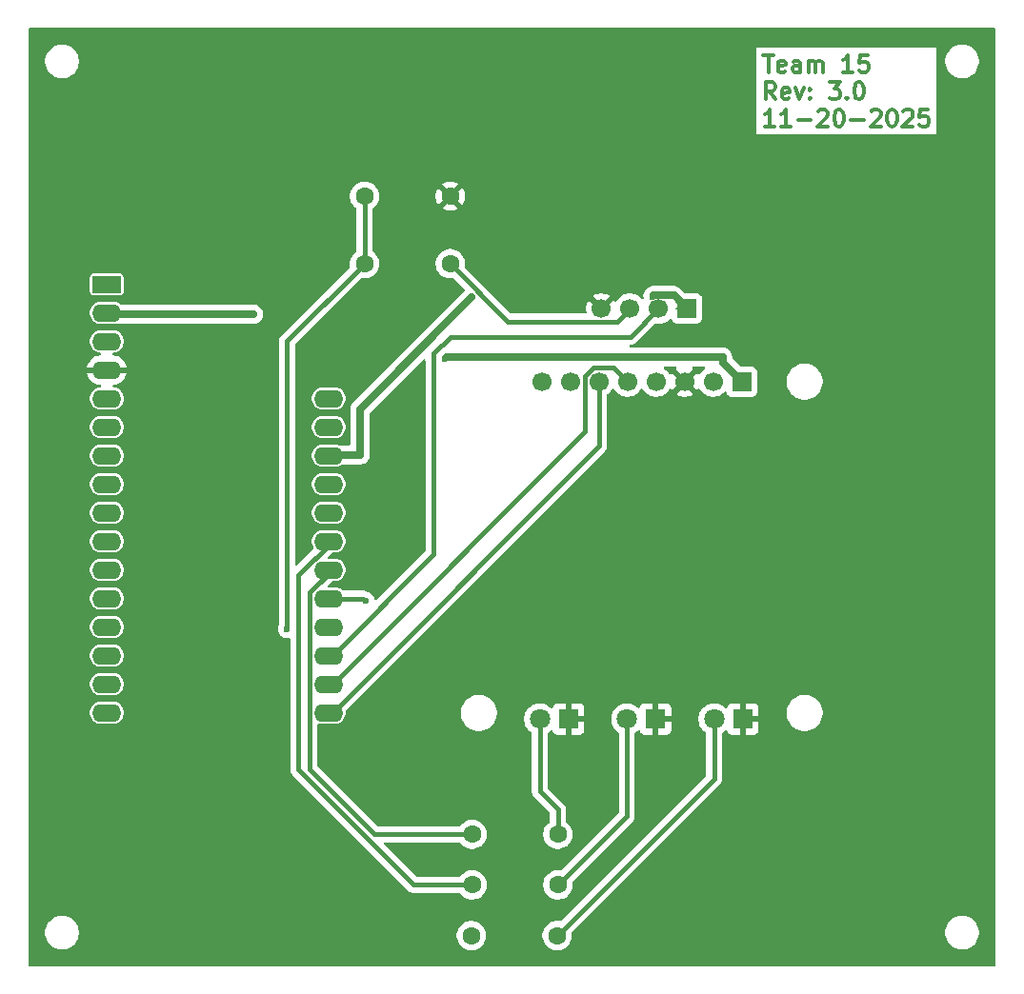
<source format=gbr>
%TF.GenerationSoftware,KiCad,Pcbnew,9.0.6*%
%TF.CreationDate,2025-11-20T03:37:51-08:00*%
%TF.ProjectId,Distance sensor PSC,44697374-616e-4636-9520-73656e736f72,2.0*%
%TF.SameCoordinates,Original*%
%TF.FileFunction,Copper,L1,Top*%
%TF.FilePolarity,Positive*%
%FSLAX46Y46*%
G04 Gerber Fmt 4.6, Leading zero omitted, Abs format (unit mm)*
G04 Created by KiCad (PCBNEW 9.0.6) date 2025-11-20 03:37:51*
%MOMM*%
%LPD*%
G01*
G04 APERTURE LIST*
G04 Aperture macros list*
%AMRoundRect*
0 Rectangle with rounded corners*
0 $1 Rounding radius*
0 $2 $3 $4 $5 $6 $7 $8 $9 X,Y pos of 4 corners*
0 Add a 4 corners polygon primitive as box body*
4,1,4,$2,$3,$4,$5,$6,$7,$8,$9,$2,$3,0*
0 Add four circle primitives for the rounded corners*
1,1,$1+$1,$2,$3*
1,1,$1+$1,$4,$5*
1,1,$1+$1,$6,$7*
1,1,$1+$1,$8,$9*
0 Add four rect primitives between the rounded corners*
20,1,$1+$1,$2,$3,$4,$5,0*
20,1,$1+$1,$4,$5,$6,$7,0*
20,1,$1+$1,$6,$7,$8,$9,0*
20,1,$1+$1,$8,$9,$2,$3,0*%
G04 Aperture macros list end*
%ADD10C,0.300000*%
%TA.AperFunction,NonConductor*%
%ADD11C,0.300000*%
%TD*%
%TA.AperFunction,ComponentPad*%
%ADD12C,1.600000*%
%TD*%
%TA.AperFunction,ComponentPad*%
%ADD13RoundRect,0.250000X-1.050000X-0.550000X1.050000X-0.550000X1.050000X0.550000X-1.050000X0.550000X0*%
%TD*%
%TA.AperFunction,ComponentPad*%
%ADD14O,2.600000X1.600000*%
%TD*%
%TA.AperFunction,ComponentPad*%
%ADD15R,1.800000X1.800000*%
%TD*%
%TA.AperFunction,ComponentPad*%
%ADD16C,1.800000*%
%TD*%
%TA.AperFunction,ComponentPad*%
%ADD17R,1.700000X1.700000*%
%TD*%
%TA.AperFunction,ComponentPad*%
%ADD18C,1.700000*%
%TD*%
%TA.AperFunction,ViaPad*%
%ADD19C,0.600000*%
%TD*%
%TA.AperFunction,Conductor*%
%ADD20C,0.400000*%
%TD*%
%TA.AperFunction,Conductor*%
%ADD21C,0.700000*%
%TD*%
%TA.AperFunction,Conductor*%
%ADD22C,0.200000*%
%TD*%
G04 APERTURE END LIST*
D10*
D11*
X154840225Y-50970996D02*
X155697368Y-50970996D01*
X155268796Y-52470996D02*
X155268796Y-50970996D01*
X156768796Y-52399568D02*
X156625939Y-52470996D01*
X156625939Y-52470996D02*
X156340225Y-52470996D01*
X156340225Y-52470996D02*
X156197367Y-52399568D01*
X156197367Y-52399568D02*
X156125939Y-52256710D01*
X156125939Y-52256710D02*
X156125939Y-51685282D01*
X156125939Y-51685282D02*
X156197367Y-51542425D01*
X156197367Y-51542425D02*
X156340225Y-51470996D01*
X156340225Y-51470996D02*
X156625939Y-51470996D01*
X156625939Y-51470996D02*
X156768796Y-51542425D01*
X156768796Y-51542425D02*
X156840225Y-51685282D01*
X156840225Y-51685282D02*
X156840225Y-51828139D01*
X156840225Y-51828139D02*
X156125939Y-51970996D01*
X158125939Y-52470996D02*
X158125939Y-51685282D01*
X158125939Y-51685282D02*
X158054510Y-51542425D01*
X158054510Y-51542425D02*
X157911653Y-51470996D01*
X157911653Y-51470996D02*
X157625939Y-51470996D01*
X157625939Y-51470996D02*
X157483081Y-51542425D01*
X158125939Y-52399568D02*
X157983081Y-52470996D01*
X157983081Y-52470996D02*
X157625939Y-52470996D01*
X157625939Y-52470996D02*
X157483081Y-52399568D01*
X157483081Y-52399568D02*
X157411653Y-52256710D01*
X157411653Y-52256710D02*
X157411653Y-52113853D01*
X157411653Y-52113853D02*
X157483081Y-51970996D01*
X157483081Y-51970996D02*
X157625939Y-51899568D01*
X157625939Y-51899568D02*
X157983081Y-51899568D01*
X157983081Y-51899568D02*
X158125939Y-51828139D01*
X158840224Y-52470996D02*
X158840224Y-51470996D01*
X158840224Y-51613853D02*
X158911653Y-51542425D01*
X158911653Y-51542425D02*
X159054510Y-51470996D01*
X159054510Y-51470996D02*
X159268796Y-51470996D01*
X159268796Y-51470996D02*
X159411653Y-51542425D01*
X159411653Y-51542425D02*
X159483082Y-51685282D01*
X159483082Y-51685282D02*
X159483082Y-52470996D01*
X159483082Y-51685282D02*
X159554510Y-51542425D01*
X159554510Y-51542425D02*
X159697367Y-51470996D01*
X159697367Y-51470996D02*
X159911653Y-51470996D01*
X159911653Y-51470996D02*
X160054510Y-51542425D01*
X160054510Y-51542425D02*
X160125939Y-51685282D01*
X160125939Y-51685282D02*
X160125939Y-52470996D01*
X162768796Y-52470996D02*
X161911653Y-52470996D01*
X162340224Y-52470996D02*
X162340224Y-50970996D01*
X162340224Y-50970996D02*
X162197367Y-51185282D01*
X162197367Y-51185282D02*
X162054510Y-51328139D01*
X162054510Y-51328139D02*
X161911653Y-51399568D01*
X164125938Y-50970996D02*
X163411652Y-50970996D01*
X163411652Y-50970996D02*
X163340224Y-51685282D01*
X163340224Y-51685282D02*
X163411652Y-51613853D01*
X163411652Y-51613853D02*
X163554510Y-51542425D01*
X163554510Y-51542425D02*
X163911652Y-51542425D01*
X163911652Y-51542425D02*
X164054510Y-51613853D01*
X164054510Y-51613853D02*
X164125938Y-51685282D01*
X164125938Y-51685282D02*
X164197367Y-51828139D01*
X164197367Y-51828139D02*
X164197367Y-52185282D01*
X164197367Y-52185282D02*
X164125938Y-52328139D01*
X164125938Y-52328139D02*
X164054510Y-52399568D01*
X164054510Y-52399568D02*
X163911652Y-52470996D01*
X163911652Y-52470996D02*
X163554510Y-52470996D01*
X163554510Y-52470996D02*
X163411652Y-52399568D01*
X163411652Y-52399568D02*
X163340224Y-52328139D01*
X155911653Y-54885912D02*
X155411653Y-54171626D01*
X155054510Y-54885912D02*
X155054510Y-53385912D01*
X155054510Y-53385912D02*
X155625939Y-53385912D01*
X155625939Y-53385912D02*
X155768796Y-53457341D01*
X155768796Y-53457341D02*
X155840225Y-53528769D01*
X155840225Y-53528769D02*
X155911653Y-53671626D01*
X155911653Y-53671626D02*
X155911653Y-53885912D01*
X155911653Y-53885912D02*
X155840225Y-54028769D01*
X155840225Y-54028769D02*
X155768796Y-54100198D01*
X155768796Y-54100198D02*
X155625939Y-54171626D01*
X155625939Y-54171626D02*
X155054510Y-54171626D01*
X157125939Y-54814484D02*
X156983082Y-54885912D01*
X156983082Y-54885912D02*
X156697368Y-54885912D01*
X156697368Y-54885912D02*
X156554510Y-54814484D01*
X156554510Y-54814484D02*
X156483082Y-54671626D01*
X156483082Y-54671626D02*
X156483082Y-54100198D01*
X156483082Y-54100198D02*
X156554510Y-53957341D01*
X156554510Y-53957341D02*
X156697368Y-53885912D01*
X156697368Y-53885912D02*
X156983082Y-53885912D01*
X156983082Y-53885912D02*
X157125939Y-53957341D01*
X157125939Y-53957341D02*
X157197368Y-54100198D01*
X157197368Y-54100198D02*
X157197368Y-54243055D01*
X157197368Y-54243055D02*
X156483082Y-54385912D01*
X157697367Y-53885912D02*
X158054510Y-54885912D01*
X158054510Y-54885912D02*
X158411653Y-53885912D01*
X158983081Y-54743055D02*
X159054510Y-54814484D01*
X159054510Y-54814484D02*
X158983081Y-54885912D01*
X158983081Y-54885912D02*
X158911653Y-54814484D01*
X158911653Y-54814484D02*
X158983081Y-54743055D01*
X158983081Y-54743055D02*
X158983081Y-54885912D01*
X158983081Y-53957341D02*
X159054510Y-54028769D01*
X159054510Y-54028769D02*
X158983081Y-54100198D01*
X158983081Y-54100198D02*
X158911653Y-54028769D01*
X158911653Y-54028769D02*
X158983081Y-53957341D01*
X158983081Y-53957341D02*
X158983081Y-54100198D01*
X160697367Y-53385912D02*
X161625939Y-53385912D01*
X161625939Y-53385912D02*
X161125939Y-53957341D01*
X161125939Y-53957341D02*
X161340224Y-53957341D01*
X161340224Y-53957341D02*
X161483082Y-54028769D01*
X161483082Y-54028769D02*
X161554510Y-54100198D01*
X161554510Y-54100198D02*
X161625939Y-54243055D01*
X161625939Y-54243055D02*
X161625939Y-54600198D01*
X161625939Y-54600198D02*
X161554510Y-54743055D01*
X161554510Y-54743055D02*
X161483082Y-54814484D01*
X161483082Y-54814484D02*
X161340224Y-54885912D01*
X161340224Y-54885912D02*
X160911653Y-54885912D01*
X160911653Y-54885912D02*
X160768796Y-54814484D01*
X160768796Y-54814484D02*
X160697367Y-54743055D01*
X162268795Y-54743055D02*
X162340224Y-54814484D01*
X162340224Y-54814484D02*
X162268795Y-54885912D01*
X162268795Y-54885912D02*
X162197367Y-54814484D01*
X162197367Y-54814484D02*
X162268795Y-54743055D01*
X162268795Y-54743055D02*
X162268795Y-54885912D01*
X163268796Y-53385912D02*
X163411653Y-53385912D01*
X163411653Y-53385912D02*
X163554510Y-53457341D01*
X163554510Y-53457341D02*
X163625939Y-53528769D01*
X163625939Y-53528769D02*
X163697367Y-53671626D01*
X163697367Y-53671626D02*
X163768796Y-53957341D01*
X163768796Y-53957341D02*
X163768796Y-54314484D01*
X163768796Y-54314484D02*
X163697367Y-54600198D01*
X163697367Y-54600198D02*
X163625939Y-54743055D01*
X163625939Y-54743055D02*
X163554510Y-54814484D01*
X163554510Y-54814484D02*
X163411653Y-54885912D01*
X163411653Y-54885912D02*
X163268796Y-54885912D01*
X163268796Y-54885912D02*
X163125939Y-54814484D01*
X163125939Y-54814484D02*
X163054510Y-54743055D01*
X163054510Y-54743055D02*
X162983081Y-54600198D01*
X162983081Y-54600198D02*
X162911653Y-54314484D01*
X162911653Y-54314484D02*
X162911653Y-53957341D01*
X162911653Y-53957341D02*
X162983081Y-53671626D01*
X162983081Y-53671626D02*
X163054510Y-53528769D01*
X163054510Y-53528769D02*
X163125939Y-53457341D01*
X163125939Y-53457341D02*
X163268796Y-53385912D01*
X155840225Y-57300828D02*
X154983082Y-57300828D01*
X155411653Y-57300828D02*
X155411653Y-55800828D01*
X155411653Y-55800828D02*
X155268796Y-56015114D01*
X155268796Y-56015114D02*
X155125939Y-56157971D01*
X155125939Y-56157971D02*
X154983082Y-56229400D01*
X157268796Y-57300828D02*
X156411653Y-57300828D01*
X156840224Y-57300828D02*
X156840224Y-55800828D01*
X156840224Y-55800828D02*
X156697367Y-56015114D01*
X156697367Y-56015114D02*
X156554510Y-56157971D01*
X156554510Y-56157971D02*
X156411653Y-56229400D01*
X157911652Y-56729400D02*
X159054510Y-56729400D01*
X159697367Y-55943685D02*
X159768795Y-55872257D01*
X159768795Y-55872257D02*
X159911653Y-55800828D01*
X159911653Y-55800828D02*
X160268795Y-55800828D01*
X160268795Y-55800828D02*
X160411653Y-55872257D01*
X160411653Y-55872257D02*
X160483081Y-55943685D01*
X160483081Y-55943685D02*
X160554510Y-56086542D01*
X160554510Y-56086542D02*
X160554510Y-56229400D01*
X160554510Y-56229400D02*
X160483081Y-56443685D01*
X160483081Y-56443685D02*
X159625938Y-57300828D01*
X159625938Y-57300828D02*
X160554510Y-57300828D01*
X161483081Y-55800828D02*
X161625938Y-55800828D01*
X161625938Y-55800828D02*
X161768795Y-55872257D01*
X161768795Y-55872257D02*
X161840224Y-55943685D01*
X161840224Y-55943685D02*
X161911652Y-56086542D01*
X161911652Y-56086542D02*
X161983081Y-56372257D01*
X161983081Y-56372257D02*
X161983081Y-56729400D01*
X161983081Y-56729400D02*
X161911652Y-57015114D01*
X161911652Y-57015114D02*
X161840224Y-57157971D01*
X161840224Y-57157971D02*
X161768795Y-57229400D01*
X161768795Y-57229400D02*
X161625938Y-57300828D01*
X161625938Y-57300828D02*
X161483081Y-57300828D01*
X161483081Y-57300828D02*
X161340224Y-57229400D01*
X161340224Y-57229400D02*
X161268795Y-57157971D01*
X161268795Y-57157971D02*
X161197366Y-57015114D01*
X161197366Y-57015114D02*
X161125938Y-56729400D01*
X161125938Y-56729400D02*
X161125938Y-56372257D01*
X161125938Y-56372257D02*
X161197366Y-56086542D01*
X161197366Y-56086542D02*
X161268795Y-55943685D01*
X161268795Y-55943685D02*
X161340224Y-55872257D01*
X161340224Y-55872257D02*
X161483081Y-55800828D01*
X162625937Y-56729400D02*
X163768795Y-56729400D01*
X164411652Y-55943685D02*
X164483080Y-55872257D01*
X164483080Y-55872257D02*
X164625938Y-55800828D01*
X164625938Y-55800828D02*
X164983080Y-55800828D01*
X164983080Y-55800828D02*
X165125938Y-55872257D01*
X165125938Y-55872257D02*
X165197366Y-55943685D01*
X165197366Y-55943685D02*
X165268795Y-56086542D01*
X165268795Y-56086542D02*
X165268795Y-56229400D01*
X165268795Y-56229400D02*
X165197366Y-56443685D01*
X165197366Y-56443685D02*
X164340223Y-57300828D01*
X164340223Y-57300828D02*
X165268795Y-57300828D01*
X166197366Y-55800828D02*
X166340223Y-55800828D01*
X166340223Y-55800828D02*
X166483080Y-55872257D01*
X166483080Y-55872257D02*
X166554509Y-55943685D01*
X166554509Y-55943685D02*
X166625937Y-56086542D01*
X166625937Y-56086542D02*
X166697366Y-56372257D01*
X166697366Y-56372257D02*
X166697366Y-56729400D01*
X166697366Y-56729400D02*
X166625937Y-57015114D01*
X166625937Y-57015114D02*
X166554509Y-57157971D01*
X166554509Y-57157971D02*
X166483080Y-57229400D01*
X166483080Y-57229400D02*
X166340223Y-57300828D01*
X166340223Y-57300828D02*
X166197366Y-57300828D01*
X166197366Y-57300828D02*
X166054509Y-57229400D01*
X166054509Y-57229400D02*
X165983080Y-57157971D01*
X165983080Y-57157971D02*
X165911651Y-57015114D01*
X165911651Y-57015114D02*
X165840223Y-56729400D01*
X165840223Y-56729400D02*
X165840223Y-56372257D01*
X165840223Y-56372257D02*
X165911651Y-56086542D01*
X165911651Y-56086542D02*
X165983080Y-55943685D01*
X165983080Y-55943685D02*
X166054509Y-55872257D01*
X166054509Y-55872257D02*
X166197366Y-55800828D01*
X167268794Y-55943685D02*
X167340222Y-55872257D01*
X167340222Y-55872257D02*
X167483080Y-55800828D01*
X167483080Y-55800828D02*
X167840222Y-55800828D01*
X167840222Y-55800828D02*
X167983080Y-55872257D01*
X167983080Y-55872257D02*
X168054508Y-55943685D01*
X168054508Y-55943685D02*
X168125937Y-56086542D01*
X168125937Y-56086542D02*
X168125937Y-56229400D01*
X168125937Y-56229400D02*
X168054508Y-56443685D01*
X168054508Y-56443685D02*
X167197365Y-57300828D01*
X167197365Y-57300828D02*
X168125937Y-57300828D01*
X169483079Y-55800828D02*
X168768793Y-55800828D01*
X168768793Y-55800828D02*
X168697365Y-56515114D01*
X168697365Y-56515114D02*
X168768793Y-56443685D01*
X168768793Y-56443685D02*
X168911651Y-56372257D01*
X168911651Y-56372257D02*
X169268793Y-56372257D01*
X169268793Y-56372257D02*
X169411651Y-56443685D01*
X169411651Y-56443685D02*
X169483079Y-56515114D01*
X169483079Y-56515114D02*
X169554508Y-56657971D01*
X169554508Y-56657971D02*
X169554508Y-57015114D01*
X169554508Y-57015114D02*
X169483079Y-57157971D01*
X169483079Y-57157971D02*
X169411651Y-57229400D01*
X169411651Y-57229400D02*
X169268793Y-57300828D01*
X169268793Y-57300828D02*
X168911651Y-57300828D01*
X168911651Y-57300828D02*
X168768793Y-57229400D01*
X168768793Y-57229400D02*
X168697365Y-57157971D01*
D12*
%TO.P,R4,1*%
%TO.N,Net-(U1-ECHO)*%
X127000000Y-69500000D03*
%TO.P,R4,2*%
%TO.N,Net-(A1-A7{slash}IO32)*%
X119380000Y-69500000D03*
%TD*%
%TO.P,R5,1*%
%TO.N,Net-(A1-A7{slash}IO32)*%
X119380000Y-63500000D03*
%TO.P,R5,2*%
%TO.N,GND*%
X127000000Y-63500000D03*
%TD*%
%TO.P,R2,1*%
%TO.N,Net-(A1-A9{slash}IO33)*%
X128940000Y-120250000D03*
%TO.P,R2,2*%
%TO.N,Net-(D3-A)*%
X136560000Y-120250000D03*
%TD*%
D13*
%TO.P,A1,1,~{RESET}*%
%TO.N,unconnected-(A1-~{RESET}-Pad1)*%
X96480000Y-71340000D03*
D14*
%TO.P,A1,2,3V3*%
%TO.N,+3.3V*%
X96480000Y-73880000D03*
%TO.P,A1,3,NC*%
%TO.N,unconnected-(A1-NC-Pad3)*%
X96480000Y-76420000D03*
%TO.P,A1,4,GND*%
%TO.N,GND*%
X96480000Y-78960000D03*
%TO.P,A1,5,DAC2/A0*%
%TO.N,unconnected-(A1-DAC2{slash}A0-Pad5)*%
X96480000Y-81500000D03*
%TO.P,A1,6,DAC1/A1*%
%TO.N,unconnected-(A1-DAC1{slash}A1-Pad6)*%
X96480000Y-84040000D03*
%TO.P,A1,7,I34/A2*%
%TO.N,unconnected-(A1-I34{slash}A2-Pad7)*%
X96480000Y-86580000D03*
%TO.P,A1,8,I39/A3*%
%TO.N,unconnected-(A1-I39{slash}A3-Pad8)*%
X96480000Y-89120000D03*
%TO.P,A1,9,IO36/A4*%
%TO.N,unconnected-(A1-IO36{slash}A4-Pad9)*%
X96480000Y-91660000D03*
%TO.P,A1,10,IO4/A5*%
%TO.N,unconnected-(A1-IO4{slash}A5-Pad10)*%
X96480000Y-94200000D03*
%TO.P,A1,11,SCK/IO5*%
%TO.N,unconnected-(A1-SCK{slash}IO5-Pad11)*%
X96480000Y-96740000D03*
%TO.P,A1,12,MOSI/IO18*%
%TO.N,unconnected-(A1-MOSI{slash}IO18-Pad12)*%
X96480000Y-99280000D03*
%TO.P,A1,13,MISO/IO19*%
%TO.N,unconnected-(A1-MISO{slash}IO19-Pad13)*%
X96480000Y-101820000D03*
%TO.P,A1,14,RX/IO16*%
%TO.N,unconnected-(A1-RX{slash}IO16-Pad14)*%
X96480000Y-104360000D03*
%TO.P,A1,15,TX/IO17*%
%TO.N,unconnected-(A1-TX{slash}IO17-Pad15)*%
X96480000Y-106900000D03*
%TO.P,A1,16,IO21*%
%TO.N,unconnected-(A1-IO21-Pad16)*%
X96480000Y-109440000D03*
%TO.P,A1,17,SDA/IO23*%
%TO.N,Net-(A1-SDA{slash}IO23)*%
X116200000Y-109440000D03*
%TO.P,A1,18,SCL/IO22*%
%TO.N,Net-(A1-SCL{slash}IO22)*%
X116200000Y-106900000D03*
%TO.P,A1,19,A6/IO14*%
%TO.N,Net-(A1-A6{slash}IO14)*%
X116200000Y-104360000D03*
%TO.P,A1,20,A7/IO32*%
%TO.N,Net-(A1-A7{slash}IO32)*%
X116200000Y-101820000D03*
%TO.P,A1,21,A8/IO15*%
%TO.N,Net-(A1-A8{slash}IO15)*%
X116200000Y-99280000D03*
%TO.P,A1,22,A9/IO33*%
%TO.N,Net-(A1-A9{slash}IO33)*%
X116200000Y-96740000D03*
%TO.P,A1,23,A10/IO27*%
%TO.N,Net-(A1-A10{slash}IO27)*%
X116200000Y-94200000D03*
%TO.P,A1,24,A11/IO12*%
%TO.N,unconnected-(A1-A11{slash}IO12-Pad24)*%
X116200000Y-91660000D03*
%TO.P,A1,25,A12/IO13*%
%TO.N,unconnected-(A1-A12{slash}IO13-Pad25)*%
X116200000Y-89120000D03*
%TO.P,A1,26,USB*%
%TO.N,+5V*%
X116200000Y-86580000D03*
%TO.P,A1,27,EN*%
%TO.N,unconnected-(A1-EN-Pad27)*%
X116200000Y-84040000D03*
%TO.P,A1,28,VBAT*%
%TO.N,unconnected-(A1-VBAT-Pad28)*%
X116200000Y-81500000D03*
%TD*%
D12*
%TO.P,R1,1*%
%TO.N,Net-(A1-A8{slash}IO15)*%
X128880000Y-129250000D03*
%TO.P,R1,2*%
%TO.N,Net-(D1-A)*%
X136500000Y-129250000D03*
%TD*%
%TO.P,R3,1*%
%TO.N,Net-(A1-A10{slash}IO27)*%
X128940000Y-124750000D03*
%TO.P,R3,2*%
%TO.N,Net-(D2-A)*%
X136560000Y-124750000D03*
%TD*%
D15*
%TO.P,D3,1,K*%
%TO.N,GND*%
X137500000Y-110000000D03*
D16*
%TO.P,D3,2,A*%
%TO.N,Net-(D3-A)*%
X134960000Y-110000000D03*
%TD*%
D17*
%TO.P,U1,1,VCC*%
%TO.N,+5V*%
X148040000Y-73500000D03*
D18*
%TO.P,U1,2,TRIG*%
%TO.N,Net-(A1-A6{slash}IO14)*%
X145500000Y-73500000D03*
%TO.P,U1,3,ECHO*%
%TO.N,Net-(U1-ECHO)*%
X142960000Y-73500000D03*
%TO.P,U1,4,GND*%
%TO.N,GND*%
X140420000Y-73500000D03*
%TD*%
D17*
%TO.P,U2,1,Vin*%
%TO.N,+3.3V*%
X152912000Y-80000000D03*
D18*
%TO.P,U2,2,3vo*%
%TO.N,unconnected-(U2-3vo-Pad2)*%
X150372000Y-80000000D03*
%TO.P,U2,3,GND*%
%TO.N,GND*%
X147832000Y-80000000D03*
%TO.P,U2,4,Reset*%
%TO.N,unconnected-(U2-Reset-Pad4)*%
X145292000Y-80000000D03*
%TO.P,U2,5,SCL*%
%TO.N,Net-(A1-SCL{slash}IO22)*%
X142752000Y-80000000D03*
%TO.P,U2,6,SDA*%
%TO.N,Net-(A1-SDA{slash}IO23)*%
X140212000Y-80000000D03*
%TO.P,U2,7*%
%TO.N,N/C*%
X137672000Y-80000000D03*
%TO.P,U2,8*%
X135132000Y-80000000D03*
%TD*%
D15*
%TO.P,D1,1,K*%
%TO.N,GND*%
X153000000Y-110000000D03*
D16*
%TO.P,D1,2,A*%
%TO.N,Net-(D1-A)*%
X150460000Y-110000000D03*
%TD*%
D15*
%TO.P,D2,1,K*%
%TO.N,GND*%
X145250000Y-110000000D03*
D16*
%TO.P,D2,2,A*%
%TO.N,Net-(D2-A)*%
X142710000Y-110000000D03*
%TD*%
D19*
%TO.N,Net-(A1-A8{slash}IO15)*%
X119500000Y-99500000D03*
%TO.N,Net-(A1-A7{slash}IO32)*%
X112500000Y-102000000D03*
%TO.N,+3.3V*%
X109500000Y-74000000D03*
X126500000Y-78000000D03*
%TO.N,GND*%
X140000000Y-115000000D03*
X132000000Y-59000000D03*
X114500000Y-61000000D03*
X156000000Y-116000000D03*
X137500000Y-70500000D03*
X151500000Y-75500000D03*
X147000000Y-115500000D03*
X158500000Y-66500000D03*
X92500000Y-79000000D03*
%TO.N,+5V*%
X145000000Y-72500000D03*
X128932900Y-72500000D03*
%TD*%
D20*
%TO.N,Net-(A1-A8{slash}IO15)*%
X116500000Y-99280000D02*
X119280000Y-99280000D01*
X119280000Y-99280000D02*
X119500000Y-99500000D01*
%TO.N,Net-(A1-A7{slash}IO32)*%
X119380000Y-63500000D02*
X119380000Y-69500000D01*
X119380000Y-69500000D02*
X112500000Y-76380000D01*
X112500000Y-76380000D02*
X112500000Y-102000000D01*
D21*
%TO.N,+3.3V*%
X109500000Y-74000000D02*
X96300000Y-74000000D01*
X151211000Y-77799000D02*
X126701000Y-77799000D01*
X151211000Y-77799000D02*
X151211000Y-78299000D01*
D20*
X126701000Y-77799000D02*
X126500000Y-78000000D01*
X96300000Y-74000000D02*
X96180000Y-73880000D01*
D21*
X151211000Y-78299000D02*
X152912000Y-80000000D01*
D20*
%TO.N,Net-(A1-A9{slash}IO33)*%
X114500000Y-114500000D02*
X120250000Y-120250000D01*
X114500000Y-98740000D02*
X114500000Y-114500000D01*
X116500000Y-96740000D02*
X114500000Y-98740000D01*
X120250000Y-120250000D02*
X128940000Y-120250000D01*
%TO.N,Net-(A1-A6{slash}IO14)*%
X143000000Y-76000000D02*
X127000000Y-76000000D01*
X116500000Y-104360000D02*
X125500000Y-95360000D01*
X145500000Y-73500000D02*
X143000000Y-76000000D01*
X125500000Y-95360000D02*
X125500000Y-77500000D01*
X125500000Y-77500000D02*
X127000000Y-76000000D01*
%TO.N,Net-(A1-SDA{slash}IO23)*%
X140212000Y-85728000D02*
X116500000Y-109440000D01*
X140212000Y-85728000D02*
X140212000Y-80000000D01*
%TO.N,Net-(A1-A10{slash}IO27)*%
X113500000Y-114500000D02*
X123750000Y-124750000D01*
X116500000Y-94200000D02*
X113500000Y-97200000D01*
X123750000Y-124750000D02*
X128940000Y-124750000D01*
X113500000Y-97200000D02*
X113500000Y-114500000D01*
%TO.N,Net-(A1-SCL{slash}IO22)*%
X141501000Y-78749000D02*
X142752000Y-80000000D01*
X138961000Y-79481818D02*
X139693818Y-78749000D01*
X138961000Y-84439000D02*
X138961000Y-79481818D01*
X139693818Y-78749000D02*
X141501000Y-78749000D01*
X116500000Y-106900000D02*
X138961000Y-84439000D01*
%TO.N,Net-(U1-ECHO)*%
X141809000Y-74651000D02*
X132151000Y-74651000D01*
X132151000Y-74651000D02*
X127000000Y-69500000D01*
X142960000Y-73500000D02*
X141809000Y-74651000D01*
%TO.N,Net-(D1-A)*%
X136500000Y-129250000D02*
X150460000Y-115290000D01*
X150460000Y-115290000D02*
X150460000Y-110000000D01*
%TO.N,Net-(D2-A)*%
X142710000Y-118600000D02*
X142710000Y-110000000D01*
X136560000Y-124750000D02*
X142710000Y-118600000D01*
%TO.N,Net-(D3-A)*%
X136560000Y-118060000D02*
X134960000Y-116460000D01*
X136560000Y-120250000D02*
X136560000Y-118060000D01*
X134960000Y-116460000D02*
X134960000Y-110000000D01*
D22*
%TO.N,+5V*%
X145120000Y-72380000D02*
X145000000Y-72500000D01*
D21*
X119000000Y-82432900D02*
X119000000Y-86500000D01*
X148040000Y-73500000D02*
X146889000Y-72349000D01*
X146889000Y-72349000D02*
X145023240Y-72349000D01*
X119000000Y-86500000D02*
X116580000Y-86500000D01*
D20*
X116580000Y-86500000D02*
X116500000Y-86580000D01*
D22*
X148040000Y-73500000D02*
X147127760Y-73500000D01*
D21*
X128932900Y-72500000D02*
X119000000Y-82432900D01*
%TD*%
%TA.AperFunction,Conductor*%
%TO.N,GND*%
G36*
X147079452Y-78669185D02*
G01*
X147125207Y-78721989D01*
X147135151Y-78791147D01*
X147106126Y-78854703D01*
X147085297Y-78873819D01*
X147070282Y-78884727D01*
X147070282Y-78884728D01*
X147702591Y-79517037D01*
X147639007Y-79534075D01*
X147524993Y-79599901D01*
X147431901Y-79692993D01*
X147366075Y-79807007D01*
X147349037Y-79870591D01*
X146716728Y-79238282D01*
X146716727Y-79238282D01*
X146677380Y-79292440D01*
X146677376Y-79292446D01*
X146672760Y-79301505D01*
X146624781Y-79352297D01*
X146556959Y-79369087D01*
X146490826Y-79346543D01*
X146451794Y-79301493D01*
X146447051Y-79292184D01*
X146447049Y-79292181D01*
X146447048Y-79292179D01*
X146322109Y-79120213D01*
X146171786Y-78969890D01*
X146039552Y-78873818D01*
X145996886Y-78818489D01*
X145990907Y-78748875D01*
X146023512Y-78687080D01*
X146084351Y-78652723D01*
X146112437Y-78649500D01*
X147012413Y-78649500D01*
X147079452Y-78669185D01*
G37*
%TD.AperFunction*%
%TA.AperFunction,Conductor*%
G36*
X149618602Y-78669185D02*
G01*
X149664357Y-78721989D01*
X149674301Y-78791147D01*
X149645276Y-78854703D01*
X149624448Y-78873818D01*
X149492213Y-78969890D01*
X149341890Y-79120213D01*
X149216949Y-79292182D01*
X149212202Y-79301499D01*
X149164227Y-79352293D01*
X149096405Y-79369087D01*
X149030271Y-79346548D01*
X148991234Y-79301495D01*
X148986626Y-79292452D01*
X148947270Y-79238282D01*
X148947269Y-79238282D01*
X148314962Y-79870590D01*
X148297925Y-79807007D01*
X148232099Y-79692993D01*
X148139007Y-79599901D01*
X148024993Y-79534075D01*
X147961409Y-79517037D01*
X148593716Y-78884728D01*
X148578701Y-78873819D01*
X148536034Y-78818489D01*
X148530055Y-78748876D01*
X148562660Y-78687081D01*
X148623498Y-78652723D01*
X148651585Y-78649500D01*
X149551563Y-78649500D01*
X149618602Y-78669185D01*
G37*
%TD.AperFunction*%
%TA.AperFunction,Conductor*%
G36*
X175412915Y-48549809D02*
G01*
X175458670Y-48602613D01*
X175469876Y-48654124D01*
X175469876Y-131875500D01*
X175450191Y-131942539D01*
X175397387Y-131988294D01*
X175345876Y-131999500D01*
X89624500Y-131999500D01*
X89557461Y-131979815D01*
X89511706Y-131927011D01*
X89500500Y-131875500D01*
X89500500Y-128881902D01*
X90999500Y-128881902D01*
X90999500Y-129118097D01*
X91036446Y-129351368D01*
X91109433Y-129575996D01*
X91216657Y-129786433D01*
X91355483Y-129977510D01*
X91522490Y-130144517D01*
X91713567Y-130283343D01*
X91812991Y-130334002D01*
X91924003Y-130390566D01*
X91924005Y-130390566D01*
X91924008Y-130390568D01*
X92044412Y-130429689D01*
X92148631Y-130463553D01*
X92381903Y-130500500D01*
X92381908Y-130500500D01*
X92618097Y-130500500D01*
X92851368Y-130463553D01*
X92877020Y-130455218D01*
X93075992Y-130390568D01*
X93286433Y-130283343D01*
X93477510Y-130144517D01*
X93644517Y-129977510D01*
X93783343Y-129786433D01*
X93890568Y-129575992D01*
X93963553Y-129351368D01*
X93995820Y-129147648D01*
X127579500Y-129147648D01*
X127579500Y-129352351D01*
X127611522Y-129554534D01*
X127674781Y-129749223D01*
X127767715Y-129931613D01*
X127888028Y-130097213D01*
X128032786Y-130241971D01*
X128187749Y-130354556D01*
X128198390Y-130362287D01*
X128253895Y-130390568D01*
X128380776Y-130455218D01*
X128380778Y-130455218D01*
X128380781Y-130455220D01*
X128485137Y-130489127D01*
X128575465Y-130518477D01*
X128676557Y-130534488D01*
X128777648Y-130550500D01*
X128777649Y-130550500D01*
X128982351Y-130550500D01*
X128982352Y-130550500D01*
X129184534Y-130518477D01*
X129379219Y-130455220D01*
X129561610Y-130362287D01*
X129670268Y-130283343D01*
X129727213Y-130241971D01*
X129727215Y-130241968D01*
X129727219Y-130241966D01*
X129871966Y-130097219D01*
X129871968Y-130097215D01*
X129871971Y-130097213D01*
X129924732Y-130024590D01*
X129992287Y-129931610D01*
X130085220Y-129749219D01*
X130148477Y-129554534D01*
X130180500Y-129352352D01*
X130180500Y-129147648D01*
X135199500Y-129147648D01*
X135199500Y-129352351D01*
X135231522Y-129554534D01*
X135294781Y-129749223D01*
X135387715Y-129931613D01*
X135508028Y-130097213D01*
X135652786Y-130241971D01*
X135807749Y-130354556D01*
X135818390Y-130362287D01*
X135873895Y-130390568D01*
X136000776Y-130455218D01*
X136000778Y-130455218D01*
X136000781Y-130455220D01*
X136105137Y-130489127D01*
X136195465Y-130518477D01*
X136296557Y-130534488D01*
X136397648Y-130550500D01*
X136397649Y-130550500D01*
X136602351Y-130550500D01*
X136602352Y-130550500D01*
X136804534Y-130518477D01*
X136999219Y-130455220D01*
X137181610Y-130362287D01*
X137290268Y-130283343D01*
X137347213Y-130241971D01*
X137347215Y-130241968D01*
X137347219Y-130241966D01*
X137491966Y-130097219D01*
X137491968Y-130097215D01*
X137491971Y-130097213D01*
X137544732Y-130024590D01*
X137612287Y-129931610D01*
X137705220Y-129749219D01*
X137768477Y-129554534D01*
X137800500Y-129352352D01*
X137800500Y-129147648D01*
X137782013Y-129030929D01*
X137782714Y-129025503D01*
X137780802Y-129020377D01*
X137787143Y-128991226D01*
X137790967Y-128961636D01*
X137794799Y-128956030D01*
X137795654Y-128952104D01*
X137816802Y-128923853D01*
X137858753Y-128881902D01*
X170999500Y-128881902D01*
X170999500Y-129118097D01*
X171036446Y-129351368D01*
X171109433Y-129575996D01*
X171216657Y-129786433D01*
X171355483Y-129977510D01*
X171522490Y-130144517D01*
X171713567Y-130283343D01*
X171812991Y-130334002D01*
X171924003Y-130390566D01*
X171924005Y-130390566D01*
X171924008Y-130390568D01*
X172044412Y-130429689D01*
X172148631Y-130463553D01*
X172381903Y-130500500D01*
X172381908Y-130500500D01*
X172618097Y-130500500D01*
X172851368Y-130463553D01*
X172877020Y-130455218D01*
X173075992Y-130390568D01*
X173286433Y-130283343D01*
X173477510Y-130144517D01*
X173644517Y-129977510D01*
X173783343Y-129786433D01*
X173890568Y-129575992D01*
X173963553Y-129351368D01*
X173995819Y-129147649D01*
X174000500Y-129118097D01*
X174000500Y-128881902D01*
X173963553Y-128648631D01*
X173890566Y-128424003D01*
X173783342Y-128213566D01*
X173644517Y-128022490D01*
X173477510Y-127855483D01*
X173286433Y-127716657D01*
X173075996Y-127609433D01*
X172851368Y-127536446D01*
X172618097Y-127499500D01*
X172618092Y-127499500D01*
X172381908Y-127499500D01*
X172381903Y-127499500D01*
X172148631Y-127536446D01*
X171924003Y-127609433D01*
X171713566Y-127716657D01*
X171604550Y-127795862D01*
X171522490Y-127855483D01*
X171522488Y-127855485D01*
X171522487Y-127855485D01*
X171355485Y-128022487D01*
X171355485Y-128022488D01*
X171355483Y-128022490D01*
X171339288Y-128044781D01*
X171216657Y-128213566D01*
X171109433Y-128424003D01*
X171036446Y-128648631D01*
X170999500Y-128881902D01*
X137858753Y-128881902D01*
X151004113Y-115736543D01*
X151080774Y-115621812D01*
X151080775Y-115621811D01*
X151133580Y-115494328D01*
X151160500Y-115358993D01*
X151160500Y-111285351D01*
X151180185Y-111218312D01*
X151211611Y-111185035D01*
X151372365Y-111068242D01*
X151422924Y-111017682D01*
X151484245Y-110984198D01*
X151553936Y-110989182D01*
X151609870Y-111031053D01*
X151626786Y-111062030D01*
X151656646Y-111142087D01*
X151656649Y-111142093D01*
X151742809Y-111257187D01*
X151742812Y-111257190D01*
X151857906Y-111343350D01*
X151857913Y-111343354D01*
X151992620Y-111393596D01*
X151992627Y-111393598D01*
X152052155Y-111399999D01*
X152052172Y-111400000D01*
X152750000Y-111400000D01*
X152750000Y-110375277D01*
X152826306Y-110419333D01*
X152940756Y-110450000D01*
X153059244Y-110450000D01*
X153173694Y-110419333D01*
X153250000Y-110375277D01*
X153250000Y-111400000D01*
X153947828Y-111400000D01*
X153947844Y-111399999D01*
X154007372Y-111393598D01*
X154007379Y-111393596D01*
X154142086Y-111343354D01*
X154142093Y-111343350D01*
X154257187Y-111257190D01*
X154257190Y-111257187D01*
X154343350Y-111142093D01*
X154343354Y-111142086D01*
X154393596Y-111007379D01*
X154393598Y-111007372D01*
X154399999Y-110947844D01*
X154400000Y-110947827D01*
X154400000Y-110250000D01*
X153375278Y-110250000D01*
X153419333Y-110173694D01*
X153450000Y-110059244D01*
X153450000Y-109940756D01*
X153419333Y-109826306D01*
X153375278Y-109750000D01*
X154400000Y-109750000D01*
X154400000Y-109338038D01*
X156899500Y-109338038D01*
X156899500Y-109589962D01*
X156920681Y-109723694D01*
X156938910Y-109838785D01*
X157016760Y-110078383D01*
X157131132Y-110302848D01*
X157279201Y-110506649D01*
X157279205Y-110506654D01*
X157457345Y-110684794D01*
X157457350Y-110684798D01*
X157525102Y-110734022D01*
X157661155Y-110832870D01*
X157804184Y-110905747D01*
X157885616Y-110947239D01*
X157885618Y-110947239D01*
X157885621Y-110947241D01*
X158125215Y-111025090D01*
X158374038Y-111064500D01*
X158374039Y-111064500D01*
X158625961Y-111064500D01*
X158625962Y-111064500D01*
X158874785Y-111025090D01*
X159114379Y-110947241D01*
X159338845Y-110832870D01*
X159542656Y-110684793D01*
X159720793Y-110506656D01*
X159868870Y-110302845D01*
X159983241Y-110078379D01*
X160061090Y-109838785D01*
X160100500Y-109589962D01*
X160100500Y-109338038D01*
X160061090Y-109089215D01*
X159983241Y-108849621D01*
X159983239Y-108849618D01*
X159983239Y-108849616D01*
X159928819Y-108742812D01*
X159868870Y-108625155D01*
X159761919Y-108477949D01*
X159720798Y-108421350D01*
X159720794Y-108421345D01*
X159542654Y-108243205D01*
X159542649Y-108243201D01*
X159338848Y-108095132D01*
X159338847Y-108095131D01*
X159338845Y-108095130D01*
X159234860Y-108042147D01*
X159114383Y-107980760D01*
X158874785Y-107902910D01*
X158859569Y-107900500D01*
X158625962Y-107863500D01*
X158374038Y-107863500D01*
X158249626Y-107883205D01*
X158125214Y-107902910D01*
X157885616Y-107980760D01*
X157661151Y-108095132D01*
X157457350Y-108243201D01*
X157457345Y-108243205D01*
X157279205Y-108421345D01*
X157279201Y-108421350D01*
X157131132Y-108625151D01*
X157016760Y-108849616D01*
X156950946Y-109052172D01*
X156938910Y-109089215D01*
X156899500Y-109338038D01*
X154400000Y-109338038D01*
X154400000Y-109052172D01*
X154399999Y-109052155D01*
X154393598Y-108992627D01*
X154393596Y-108992620D01*
X154343354Y-108857913D01*
X154343350Y-108857906D01*
X154257190Y-108742812D01*
X154257187Y-108742809D01*
X154142093Y-108656649D01*
X154142086Y-108656645D01*
X154007379Y-108606403D01*
X154007372Y-108606401D01*
X153947844Y-108600000D01*
X153250000Y-108600000D01*
X153250000Y-109624722D01*
X153173694Y-109580667D01*
X153059244Y-109550000D01*
X152940756Y-109550000D01*
X152826306Y-109580667D01*
X152750000Y-109624722D01*
X152750000Y-108600000D01*
X152052155Y-108600000D01*
X151992627Y-108606401D01*
X151992620Y-108606403D01*
X151857913Y-108656645D01*
X151857906Y-108656649D01*
X151742812Y-108742809D01*
X151742809Y-108742812D01*
X151656649Y-108857906D01*
X151656643Y-108857918D01*
X151626785Y-108937969D01*
X151584914Y-108993903D01*
X151519449Y-109018319D01*
X151451176Y-109003467D01*
X151422923Y-108982316D01*
X151372363Y-108931756D01*
X151372358Y-108931752D01*
X151194025Y-108802187D01*
X151194024Y-108802186D01*
X151194022Y-108802185D01*
X151131096Y-108770122D01*
X150997606Y-108702104D01*
X150997603Y-108702103D01*
X150787952Y-108633985D01*
X150679086Y-108616742D01*
X150570222Y-108599500D01*
X150349778Y-108599500D01*
X150277201Y-108610995D01*
X150132047Y-108633985D01*
X149922396Y-108702103D01*
X149922393Y-108702104D01*
X149725974Y-108802187D01*
X149547641Y-108931752D01*
X149547636Y-108931756D01*
X149391756Y-109087636D01*
X149391752Y-109087641D01*
X149262187Y-109265974D01*
X149162104Y-109462393D01*
X149162103Y-109462396D01*
X149093985Y-109672047D01*
X149059500Y-109889778D01*
X149059500Y-110110221D01*
X149093985Y-110327952D01*
X149162103Y-110537603D01*
X149162104Y-110537606D01*
X149262187Y-110734025D01*
X149391752Y-110912358D01*
X149391756Y-110912363D01*
X149391758Y-110912365D01*
X149547635Y-111068242D01*
X149708386Y-111185034D01*
X149751051Y-111240362D01*
X149759500Y-111285351D01*
X149759500Y-114948480D01*
X149739815Y-115015519D01*
X149723181Y-115036161D01*
X136826147Y-127933194D01*
X136764824Y-127966679D01*
X136719068Y-127967986D01*
X136669969Y-127960209D01*
X136602352Y-127949500D01*
X136397648Y-127949500D01*
X136373329Y-127953351D01*
X136195465Y-127981522D01*
X136000776Y-128044781D01*
X135818386Y-128137715D01*
X135652786Y-128258028D01*
X135508028Y-128402786D01*
X135387715Y-128568386D01*
X135294781Y-128750776D01*
X135231522Y-128945465D01*
X135199500Y-129147648D01*
X130180500Y-129147648D01*
X130150150Y-128956030D01*
X130148477Y-128945465D01*
X130085218Y-128750776D01*
X130033172Y-128648631D01*
X129992287Y-128568390D01*
X129984556Y-128557749D01*
X129871971Y-128402786D01*
X129727213Y-128258028D01*
X129561613Y-128137715D01*
X129561612Y-128137714D01*
X129561610Y-128137713D01*
X129504653Y-128108691D01*
X129379223Y-128044781D01*
X129184534Y-127981522D01*
X129009995Y-127953878D01*
X128982352Y-127949500D01*
X128777648Y-127949500D01*
X128753329Y-127953351D01*
X128575465Y-127981522D01*
X128380776Y-128044781D01*
X128198386Y-128137715D01*
X128032786Y-128258028D01*
X127888028Y-128402786D01*
X127767715Y-128568386D01*
X127674781Y-128750776D01*
X127611522Y-128945465D01*
X127579500Y-129147648D01*
X93995820Y-129147648D01*
X93999664Y-129123378D01*
X94000500Y-129118096D01*
X94000500Y-128881902D01*
X93963553Y-128648631D01*
X93890566Y-128424003D01*
X93783342Y-128213566D01*
X93644517Y-128022490D01*
X93477510Y-127855483D01*
X93286433Y-127716657D01*
X93075996Y-127609433D01*
X92851368Y-127536446D01*
X92618097Y-127499500D01*
X92618092Y-127499500D01*
X92381908Y-127499500D01*
X92381903Y-127499500D01*
X92148631Y-127536446D01*
X91924003Y-127609433D01*
X91713566Y-127716657D01*
X91604550Y-127795862D01*
X91522490Y-127855483D01*
X91522488Y-127855485D01*
X91522487Y-127855485D01*
X91355485Y-128022487D01*
X91355485Y-128022488D01*
X91355483Y-128022490D01*
X91339288Y-128044781D01*
X91216657Y-128213566D01*
X91109433Y-128424003D01*
X91036446Y-128648631D01*
X90999500Y-128881902D01*
X89500500Y-128881902D01*
X89500500Y-109538543D01*
X94979499Y-109538543D01*
X95017947Y-109731829D01*
X95017950Y-109731839D01*
X95093364Y-109913907D01*
X95093371Y-109913920D01*
X95202860Y-110077781D01*
X95202863Y-110077785D01*
X95342214Y-110217136D01*
X95342218Y-110217139D01*
X95506079Y-110326628D01*
X95506092Y-110326635D01*
X95656217Y-110388818D01*
X95688165Y-110402051D01*
X95688169Y-110402051D01*
X95688170Y-110402052D01*
X95881456Y-110440500D01*
X95881459Y-110440500D01*
X97078543Y-110440500D01*
X97208582Y-110414632D01*
X97271835Y-110402051D01*
X97453914Y-110326632D01*
X97617782Y-110217139D01*
X97757139Y-110077782D01*
X97866632Y-109913914D01*
X97942051Y-109731835D01*
X97980500Y-109538541D01*
X97980500Y-109341459D01*
X97980500Y-109341456D01*
X97942052Y-109148170D01*
X97942051Y-109148169D01*
X97942051Y-109148165D01*
X97942049Y-109148160D01*
X97866635Y-108966092D01*
X97866628Y-108966079D01*
X97757139Y-108802218D01*
X97757136Y-108802214D01*
X97617785Y-108662863D01*
X97617781Y-108662860D01*
X97453920Y-108553371D01*
X97453907Y-108553364D01*
X97271839Y-108477950D01*
X97271829Y-108477947D01*
X97078543Y-108439500D01*
X97078541Y-108439500D01*
X95881459Y-108439500D01*
X95881457Y-108439500D01*
X95688170Y-108477947D01*
X95688160Y-108477950D01*
X95506092Y-108553364D01*
X95506079Y-108553371D01*
X95342218Y-108662860D01*
X95342214Y-108662863D01*
X95202863Y-108802214D01*
X95202860Y-108802218D01*
X95093371Y-108966079D01*
X95093364Y-108966092D01*
X95017950Y-109148160D01*
X95017947Y-109148170D01*
X94979500Y-109341456D01*
X94979500Y-109341459D01*
X94979500Y-109538541D01*
X94979500Y-109538543D01*
X94979499Y-109538543D01*
X89500500Y-109538543D01*
X89500500Y-106998543D01*
X94979499Y-106998543D01*
X95017947Y-107191829D01*
X95017950Y-107191839D01*
X95093364Y-107373907D01*
X95093371Y-107373920D01*
X95202860Y-107537781D01*
X95202863Y-107537785D01*
X95342214Y-107677136D01*
X95342218Y-107677139D01*
X95506079Y-107786628D01*
X95506092Y-107786635D01*
X95656217Y-107848818D01*
X95688165Y-107862051D01*
X95688169Y-107862051D01*
X95688170Y-107862052D01*
X95881456Y-107900500D01*
X95881459Y-107900500D01*
X97078543Y-107900500D01*
X97264550Y-107863500D01*
X97271835Y-107862051D01*
X97453914Y-107786632D01*
X97617782Y-107677139D01*
X97757139Y-107537782D01*
X97866632Y-107373914D01*
X97942051Y-107191835D01*
X97972818Y-107037161D01*
X97980500Y-106998543D01*
X97980500Y-106801456D01*
X97942052Y-106608170D01*
X97942051Y-106608169D01*
X97942051Y-106608165D01*
X97942049Y-106608160D01*
X97866635Y-106426092D01*
X97866628Y-106426079D01*
X97757139Y-106262218D01*
X97757136Y-106262214D01*
X97617785Y-106122863D01*
X97617781Y-106122860D01*
X97453920Y-106013371D01*
X97453907Y-106013364D01*
X97271839Y-105937950D01*
X97271829Y-105937947D01*
X97078543Y-105899500D01*
X97078541Y-105899500D01*
X95881459Y-105899500D01*
X95881457Y-105899500D01*
X95688170Y-105937947D01*
X95688160Y-105937950D01*
X95506092Y-106013364D01*
X95506079Y-106013371D01*
X95342218Y-106122860D01*
X95342214Y-106122863D01*
X95202863Y-106262214D01*
X95202860Y-106262218D01*
X95093371Y-106426079D01*
X95093364Y-106426092D01*
X95017950Y-106608160D01*
X95017947Y-106608170D01*
X94979500Y-106801456D01*
X94979500Y-106801459D01*
X94979500Y-106998541D01*
X94979500Y-106998543D01*
X94979499Y-106998543D01*
X89500500Y-106998543D01*
X89500500Y-104458543D01*
X94979499Y-104458543D01*
X95017947Y-104651829D01*
X95017950Y-104651839D01*
X95093364Y-104833907D01*
X95093371Y-104833920D01*
X95202860Y-104997781D01*
X95202863Y-104997785D01*
X95342214Y-105137136D01*
X95342218Y-105137139D01*
X95506079Y-105246628D01*
X95506092Y-105246635D01*
X95656217Y-105308818D01*
X95688165Y-105322051D01*
X95688169Y-105322051D01*
X95688170Y-105322052D01*
X95881456Y-105360500D01*
X95881459Y-105360500D01*
X97078543Y-105360500D01*
X97208582Y-105334632D01*
X97271835Y-105322051D01*
X97453914Y-105246632D01*
X97617782Y-105137139D01*
X97757139Y-104997782D01*
X97866632Y-104833914D01*
X97942051Y-104651835D01*
X97972818Y-104497161D01*
X97980500Y-104458543D01*
X97980500Y-104261456D01*
X97942052Y-104068170D01*
X97942051Y-104068169D01*
X97942051Y-104068165D01*
X97942049Y-104068160D01*
X97866635Y-103886092D01*
X97866628Y-103886079D01*
X97757139Y-103722218D01*
X97757136Y-103722214D01*
X97617785Y-103582863D01*
X97617781Y-103582860D01*
X97453920Y-103473371D01*
X97453907Y-103473364D01*
X97271839Y-103397950D01*
X97271829Y-103397947D01*
X97078543Y-103359500D01*
X97078541Y-103359500D01*
X95881459Y-103359500D01*
X95881457Y-103359500D01*
X95688170Y-103397947D01*
X95688160Y-103397950D01*
X95506092Y-103473364D01*
X95506079Y-103473371D01*
X95342218Y-103582860D01*
X95342214Y-103582863D01*
X95202863Y-103722214D01*
X95202860Y-103722218D01*
X95093371Y-103886079D01*
X95093364Y-103886092D01*
X95017950Y-104068160D01*
X95017947Y-104068170D01*
X94979500Y-104261456D01*
X94979500Y-104261459D01*
X94979500Y-104458541D01*
X94979500Y-104458543D01*
X94979499Y-104458543D01*
X89500500Y-104458543D01*
X89500500Y-101918543D01*
X94979499Y-101918543D01*
X95017947Y-102111829D01*
X95017950Y-102111839D01*
X95093364Y-102293907D01*
X95093371Y-102293920D01*
X95202860Y-102457781D01*
X95202863Y-102457785D01*
X95342214Y-102597136D01*
X95342218Y-102597139D01*
X95506079Y-102706628D01*
X95506092Y-102706635D01*
X95688160Y-102782049D01*
X95688165Y-102782051D01*
X95688169Y-102782051D01*
X95688170Y-102782052D01*
X95881456Y-102820500D01*
X95881459Y-102820500D01*
X97078543Y-102820500D01*
X97220250Y-102792312D01*
X97271835Y-102782051D01*
X97453914Y-102706632D01*
X97617782Y-102597139D01*
X97757139Y-102457782D01*
X97866632Y-102293914D01*
X97942051Y-102111835D01*
X97975478Y-101943790D01*
X97979981Y-101921153D01*
X111699500Y-101921153D01*
X111699500Y-102078846D01*
X111730261Y-102233489D01*
X111730264Y-102233501D01*
X111790602Y-102379172D01*
X111790609Y-102379185D01*
X111878210Y-102510288D01*
X111878213Y-102510292D01*
X111989707Y-102621786D01*
X111989711Y-102621789D01*
X112120814Y-102709390D01*
X112120827Y-102709397D01*
X112240277Y-102758874D01*
X112266503Y-102769737D01*
X112421153Y-102800499D01*
X112421156Y-102800500D01*
X112421158Y-102800500D01*
X112578843Y-102800500D01*
X112594564Y-102797372D01*
X112651309Y-102786085D01*
X112720899Y-102792312D01*
X112776077Y-102835174D01*
X112799322Y-102901063D01*
X112799500Y-102907702D01*
X112799500Y-114431006D01*
X112799500Y-114568994D01*
X112799500Y-114568996D01*
X112799499Y-114568996D01*
X112826418Y-114704322D01*
X112826421Y-114704332D01*
X112879222Y-114831807D01*
X112955887Y-114946545D01*
X123303454Y-125294112D01*
X123418192Y-125370777D01*
X123545667Y-125423578D01*
X123545672Y-125423580D01*
X123545676Y-125423580D01*
X123545677Y-125423581D01*
X123681003Y-125450500D01*
X123681006Y-125450500D01*
X123681007Y-125450500D01*
X127778256Y-125450500D01*
X127845295Y-125470185D01*
X127878575Y-125501616D01*
X127948030Y-125597215D01*
X128092786Y-125741971D01*
X128247749Y-125854556D01*
X128258390Y-125862287D01*
X128374607Y-125921503D01*
X128440776Y-125955218D01*
X128440778Y-125955218D01*
X128440781Y-125955220D01*
X128545137Y-125989127D01*
X128635465Y-126018477D01*
X128736557Y-126034488D01*
X128837648Y-126050500D01*
X128837649Y-126050500D01*
X129042351Y-126050500D01*
X129042352Y-126050500D01*
X129244534Y-126018477D01*
X129439219Y-125955220D01*
X129621610Y-125862287D01*
X129714590Y-125794732D01*
X129787213Y-125741971D01*
X129787215Y-125741968D01*
X129787219Y-125741966D01*
X129931966Y-125597219D01*
X129931968Y-125597215D01*
X129931971Y-125597213D01*
X130001425Y-125501616D01*
X130052287Y-125431610D01*
X130145220Y-125249219D01*
X130208477Y-125054534D01*
X130240500Y-124852352D01*
X130240500Y-124647648D01*
X135259500Y-124647648D01*
X135259500Y-124852351D01*
X135291522Y-125054534D01*
X135354781Y-125249223D01*
X135377655Y-125294114D01*
X135443620Y-125423578D01*
X135447715Y-125431613D01*
X135568028Y-125597213D01*
X135712786Y-125741971D01*
X135867749Y-125854556D01*
X135878390Y-125862287D01*
X135994607Y-125921503D01*
X136060776Y-125955218D01*
X136060778Y-125955218D01*
X136060781Y-125955220D01*
X136165137Y-125989127D01*
X136255465Y-126018477D01*
X136356557Y-126034488D01*
X136457648Y-126050500D01*
X136457649Y-126050500D01*
X136662351Y-126050500D01*
X136662352Y-126050500D01*
X136864534Y-126018477D01*
X137059219Y-125955220D01*
X137241610Y-125862287D01*
X137334590Y-125794732D01*
X137407213Y-125741971D01*
X137407215Y-125741968D01*
X137407219Y-125741966D01*
X137551966Y-125597219D01*
X137551968Y-125597215D01*
X137551971Y-125597213D01*
X137621425Y-125501616D01*
X137672287Y-125431610D01*
X137765220Y-125249219D01*
X137828477Y-125054534D01*
X137860500Y-124852352D01*
X137860500Y-124647648D01*
X137842013Y-124530929D01*
X137850967Y-124461636D01*
X137876802Y-124423853D01*
X143254113Y-119046543D01*
X143300503Y-118977116D01*
X143318958Y-118949498D01*
X143323671Y-118942442D01*
X143330775Y-118931811D01*
X143383580Y-118804328D01*
X143410500Y-118668993D01*
X143410500Y-111285351D01*
X143430185Y-111218312D01*
X143461611Y-111185035D01*
X143622365Y-111068242D01*
X143672924Y-111017682D01*
X143734245Y-110984198D01*
X143803936Y-110989182D01*
X143859870Y-111031053D01*
X143876786Y-111062030D01*
X143906646Y-111142087D01*
X143906649Y-111142093D01*
X143992809Y-111257187D01*
X143992812Y-111257190D01*
X144107906Y-111343350D01*
X144107913Y-111343354D01*
X144242620Y-111393596D01*
X144242627Y-111393598D01*
X144302155Y-111399999D01*
X144302172Y-111400000D01*
X145000000Y-111400000D01*
X145000000Y-110375277D01*
X145076306Y-110419333D01*
X145190756Y-110450000D01*
X145309244Y-110450000D01*
X145423694Y-110419333D01*
X145500000Y-110375277D01*
X145500000Y-111400000D01*
X146197828Y-111400000D01*
X146197844Y-111399999D01*
X146257372Y-111393598D01*
X146257379Y-111393596D01*
X146392086Y-111343354D01*
X146392093Y-111343350D01*
X146507187Y-111257190D01*
X146507190Y-111257187D01*
X146593350Y-111142093D01*
X146593354Y-111142086D01*
X146643596Y-111007379D01*
X146643598Y-111007372D01*
X146649999Y-110947844D01*
X146650000Y-110947827D01*
X146650000Y-110250000D01*
X145625278Y-110250000D01*
X145669333Y-110173694D01*
X145700000Y-110059244D01*
X145700000Y-109940756D01*
X145669333Y-109826306D01*
X145625278Y-109750000D01*
X146650000Y-109750000D01*
X146650000Y-109052172D01*
X146649999Y-109052155D01*
X146643598Y-108992627D01*
X146643596Y-108992620D01*
X146593354Y-108857913D01*
X146593350Y-108857906D01*
X146507190Y-108742812D01*
X146507187Y-108742809D01*
X146392093Y-108656649D01*
X146392086Y-108656645D01*
X146257379Y-108606403D01*
X146257372Y-108606401D01*
X146197844Y-108600000D01*
X145500000Y-108600000D01*
X145500000Y-109624722D01*
X145423694Y-109580667D01*
X145309244Y-109550000D01*
X145190756Y-109550000D01*
X145076306Y-109580667D01*
X145000000Y-109624722D01*
X145000000Y-108600000D01*
X144302155Y-108600000D01*
X144242627Y-108606401D01*
X144242620Y-108606403D01*
X144107913Y-108656645D01*
X144107906Y-108656649D01*
X143992812Y-108742809D01*
X143992809Y-108742812D01*
X143906649Y-108857906D01*
X143906643Y-108857918D01*
X143876785Y-108937969D01*
X143834914Y-108993903D01*
X143769449Y-109018319D01*
X143701176Y-109003467D01*
X143672923Y-108982316D01*
X143622363Y-108931756D01*
X143622358Y-108931752D01*
X143444025Y-108802187D01*
X143444024Y-108802186D01*
X143444022Y-108802185D01*
X143381096Y-108770122D01*
X143247606Y-108702104D01*
X143247603Y-108702103D01*
X143037952Y-108633985D01*
X142929086Y-108616742D01*
X142820222Y-108599500D01*
X142599778Y-108599500D01*
X142527201Y-108610995D01*
X142382047Y-108633985D01*
X142172396Y-108702103D01*
X142172393Y-108702104D01*
X141975974Y-108802187D01*
X141797641Y-108931752D01*
X141797636Y-108931756D01*
X141641756Y-109087636D01*
X141641752Y-109087641D01*
X141512187Y-109265974D01*
X141412104Y-109462393D01*
X141412103Y-109462396D01*
X141343985Y-109672047D01*
X141309500Y-109889778D01*
X141309500Y-110110221D01*
X141343985Y-110327952D01*
X141412103Y-110537603D01*
X141412104Y-110537606D01*
X141512187Y-110734025D01*
X141641752Y-110912358D01*
X141641756Y-110912363D01*
X141641758Y-110912365D01*
X141797635Y-111068242D01*
X141958386Y-111185034D01*
X142001051Y-111240362D01*
X142009500Y-111285351D01*
X142009500Y-118258480D01*
X141989815Y-118325519D01*
X141973181Y-118346161D01*
X136886147Y-123433194D01*
X136824824Y-123466679D01*
X136779068Y-123467986D01*
X136729969Y-123460209D01*
X136662352Y-123449500D01*
X136457648Y-123449500D01*
X136433329Y-123453351D01*
X136255465Y-123481522D01*
X136060776Y-123544781D01*
X135878386Y-123637715D01*
X135712786Y-123758028D01*
X135568028Y-123902786D01*
X135447715Y-124068386D01*
X135354781Y-124250776D01*
X135291522Y-124445465D01*
X135259500Y-124647648D01*
X130240500Y-124647648D01*
X130208477Y-124445466D01*
X130145220Y-124250781D01*
X130145218Y-124250778D01*
X130145218Y-124250776D01*
X130111503Y-124184607D01*
X130052287Y-124068390D01*
X130012176Y-124013181D01*
X129931971Y-123902786D01*
X129787213Y-123758028D01*
X129621613Y-123637715D01*
X129621612Y-123637714D01*
X129621610Y-123637713D01*
X129564653Y-123608691D01*
X129439223Y-123544781D01*
X129244534Y-123481522D01*
X129069995Y-123453878D01*
X129042352Y-123449500D01*
X128837648Y-123449500D01*
X128813329Y-123453351D01*
X128635465Y-123481522D01*
X128440776Y-123544781D01*
X128258386Y-123637715D01*
X128092786Y-123758028D01*
X127948030Y-123902784D01*
X127878575Y-123998384D01*
X127823245Y-124041051D01*
X127778256Y-124049500D01*
X124091519Y-124049500D01*
X124024480Y-124029815D01*
X124003838Y-124013181D01*
X121152838Y-121162181D01*
X121119353Y-121100858D01*
X121124337Y-121031166D01*
X121166209Y-120975233D01*
X121231673Y-120950816D01*
X121240519Y-120950500D01*
X127778256Y-120950500D01*
X127845295Y-120970185D01*
X127878575Y-121001616D01*
X127948030Y-121097215D01*
X128092786Y-121241971D01*
X128247749Y-121354556D01*
X128258390Y-121362287D01*
X128374607Y-121421503D01*
X128440776Y-121455218D01*
X128440778Y-121455218D01*
X128440781Y-121455220D01*
X128545137Y-121489127D01*
X128635465Y-121518477D01*
X128736557Y-121534488D01*
X128837648Y-121550500D01*
X128837649Y-121550500D01*
X129042351Y-121550500D01*
X129042352Y-121550500D01*
X129244534Y-121518477D01*
X129439219Y-121455220D01*
X129621610Y-121362287D01*
X129714590Y-121294732D01*
X129787213Y-121241971D01*
X129787215Y-121241968D01*
X129787219Y-121241966D01*
X129931966Y-121097219D01*
X129931968Y-121097215D01*
X129931971Y-121097213D01*
X130020593Y-120975233D01*
X130052287Y-120931610D01*
X130145220Y-120749219D01*
X130208477Y-120554534D01*
X130240500Y-120352352D01*
X130240500Y-120147648D01*
X130208477Y-119945466D01*
X130145220Y-119750781D01*
X130145218Y-119750778D01*
X130145218Y-119750776D01*
X130111503Y-119684607D01*
X130052287Y-119568390D01*
X130012176Y-119513181D01*
X129931971Y-119402786D01*
X129787213Y-119258028D01*
X129621613Y-119137715D01*
X129621612Y-119137714D01*
X129621610Y-119137713D01*
X129564653Y-119108691D01*
X129439223Y-119044781D01*
X129244534Y-118981522D01*
X129069995Y-118953878D01*
X129042352Y-118949500D01*
X128837648Y-118949500D01*
X128813329Y-118953351D01*
X128635465Y-118981522D01*
X128440776Y-119044781D01*
X128258386Y-119137715D01*
X128092786Y-119258028D01*
X127948030Y-119402784D01*
X127878575Y-119498384D01*
X127823245Y-119541051D01*
X127778256Y-119549500D01*
X120591519Y-119549500D01*
X120524480Y-119529815D01*
X120503838Y-119513181D01*
X115236819Y-114246162D01*
X115203334Y-114184839D01*
X115200500Y-114158481D01*
X115200500Y-110501612D01*
X115220185Y-110434573D01*
X115272989Y-110388818D01*
X115342147Y-110378874D01*
X115371948Y-110387049D01*
X115408165Y-110402051D01*
X115408169Y-110402051D01*
X115408170Y-110402052D01*
X115601456Y-110440500D01*
X115601459Y-110440500D01*
X116798543Y-110440500D01*
X116928582Y-110414632D01*
X116991835Y-110402051D01*
X117173914Y-110326632D01*
X117337782Y-110217139D01*
X117477139Y-110077782D01*
X117586632Y-109913914D01*
X117662051Y-109731835D01*
X117700500Y-109538541D01*
X117700500Y-109341459D01*
X117699819Y-109338038D01*
X127943500Y-109338038D01*
X127943500Y-109589962D01*
X127964681Y-109723694D01*
X127982910Y-109838785D01*
X128060760Y-110078383D01*
X128175132Y-110302848D01*
X128323201Y-110506649D01*
X128323205Y-110506654D01*
X128501345Y-110684794D01*
X128501350Y-110684798D01*
X128569102Y-110734022D01*
X128705155Y-110832870D01*
X128848184Y-110905747D01*
X128929616Y-110947239D01*
X128929618Y-110947239D01*
X128929621Y-110947241D01*
X129169215Y-111025090D01*
X129418038Y-111064500D01*
X129418039Y-111064500D01*
X129669961Y-111064500D01*
X129669962Y-111064500D01*
X129918785Y-111025090D01*
X130158379Y-110947241D01*
X130382845Y-110832870D01*
X130586656Y-110684793D01*
X130764793Y-110506656D01*
X130912870Y-110302845D01*
X131027241Y-110078379D01*
X131088521Y-109889778D01*
X133559500Y-109889778D01*
X133559500Y-110110221D01*
X133593985Y-110327952D01*
X133662103Y-110537603D01*
X133662104Y-110537606D01*
X133762187Y-110734025D01*
X133891752Y-110912358D01*
X133891756Y-110912363D01*
X133891758Y-110912365D01*
X134047635Y-111068242D01*
X134208386Y-111185034D01*
X134251051Y-111240362D01*
X134259500Y-111285351D01*
X134259500Y-116391006D01*
X134259500Y-116528994D01*
X134259500Y-116528996D01*
X134259499Y-116528996D01*
X134286418Y-116664322D01*
X134286421Y-116664332D01*
X134339222Y-116791807D01*
X134415887Y-116906545D01*
X134415888Y-116906546D01*
X135823181Y-118313838D01*
X135856666Y-118375161D01*
X135859500Y-118401519D01*
X135859500Y-119088255D01*
X135839815Y-119155294D01*
X135808385Y-119188573D01*
X135712787Y-119258028D01*
X135712782Y-119258032D01*
X135568028Y-119402786D01*
X135447715Y-119568386D01*
X135354781Y-119750776D01*
X135291522Y-119945465D01*
X135259500Y-120147648D01*
X135259500Y-120352351D01*
X135291522Y-120554534D01*
X135354781Y-120749223D01*
X135447715Y-120931613D01*
X135568028Y-121097213D01*
X135712786Y-121241971D01*
X135867749Y-121354556D01*
X135878390Y-121362287D01*
X135994607Y-121421503D01*
X136060776Y-121455218D01*
X136060778Y-121455218D01*
X136060781Y-121455220D01*
X136165137Y-121489127D01*
X136255465Y-121518477D01*
X136356557Y-121534488D01*
X136457648Y-121550500D01*
X136457649Y-121550500D01*
X136662351Y-121550500D01*
X136662352Y-121550500D01*
X136864534Y-121518477D01*
X137059219Y-121455220D01*
X137241610Y-121362287D01*
X137334590Y-121294732D01*
X137407213Y-121241971D01*
X137407215Y-121241968D01*
X137407219Y-121241966D01*
X137551966Y-121097219D01*
X137551968Y-121097215D01*
X137551971Y-121097213D01*
X137640593Y-120975233D01*
X137672287Y-120931610D01*
X137765220Y-120749219D01*
X137828477Y-120554534D01*
X137860500Y-120352352D01*
X137860500Y-120147648D01*
X137828477Y-119945466D01*
X137765220Y-119750781D01*
X137765218Y-119750778D01*
X137765218Y-119750776D01*
X137731503Y-119684607D01*
X137672287Y-119568390D01*
X137632176Y-119513181D01*
X137551971Y-119402786D01*
X137407217Y-119258032D01*
X137407212Y-119258028D01*
X137311615Y-119188573D01*
X137268949Y-119133243D01*
X137260500Y-119088255D01*
X137260500Y-117991004D01*
X137233581Y-117855677D01*
X137233580Y-117855676D01*
X137233580Y-117855672D01*
X137233578Y-117855667D01*
X137180777Y-117728192D01*
X137104112Y-117613454D01*
X135696819Y-116206161D01*
X135663334Y-116144838D01*
X135660500Y-116118480D01*
X135660500Y-111285351D01*
X135680185Y-111218312D01*
X135711611Y-111185035D01*
X135872365Y-111068242D01*
X135922924Y-111017682D01*
X135984245Y-110984198D01*
X136053936Y-110989182D01*
X136109870Y-111031053D01*
X136126786Y-111062030D01*
X136156646Y-111142087D01*
X136156649Y-111142093D01*
X136242809Y-111257187D01*
X136242812Y-111257190D01*
X136357906Y-111343350D01*
X136357913Y-111343354D01*
X136492620Y-111393596D01*
X136492627Y-111393598D01*
X136552155Y-111399999D01*
X136552172Y-111400000D01*
X137250000Y-111400000D01*
X137250000Y-110375277D01*
X137326306Y-110419333D01*
X137440756Y-110450000D01*
X137559244Y-110450000D01*
X137673694Y-110419333D01*
X137750000Y-110375277D01*
X137750000Y-111400000D01*
X138447828Y-111400000D01*
X138447844Y-111399999D01*
X138507372Y-111393598D01*
X138507379Y-111393596D01*
X138642086Y-111343354D01*
X138642093Y-111343350D01*
X138757187Y-111257190D01*
X138757190Y-111257187D01*
X138843350Y-111142093D01*
X138843354Y-111142086D01*
X138893596Y-111007379D01*
X138893598Y-111007372D01*
X138899999Y-110947844D01*
X138900000Y-110947827D01*
X138900000Y-110250000D01*
X137875278Y-110250000D01*
X137919333Y-110173694D01*
X137950000Y-110059244D01*
X137950000Y-109940756D01*
X137919333Y-109826306D01*
X137875278Y-109750000D01*
X138900000Y-109750000D01*
X138900000Y-109052172D01*
X138899999Y-109052155D01*
X138893598Y-108992627D01*
X138893596Y-108992620D01*
X138843354Y-108857913D01*
X138843350Y-108857906D01*
X138757190Y-108742812D01*
X138757187Y-108742809D01*
X138642093Y-108656649D01*
X138642086Y-108656645D01*
X138507379Y-108606403D01*
X138507372Y-108606401D01*
X138447844Y-108600000D01*
X137750000Y-108600000D01*
X137750000Y-109624722D01*
X137673694Y-109580667D01*
X137559244Y-109550000D01*
X137440756Y-109550000D01*
X137326306Y-109580667D01*
X137250000Y-109624722D01*
X137250000Y-108600000D01*
X136552155Y-108600000D01*
X136492627Y-108606401D01*
X136492620Y-108606403D01*
X136357913Y-108656645D01*
X136357906Y-108656649D01*
X136242812Y-108742809D01*
X136242809Y-108742812D01*
X136156649Y-108857906D01*
X136156643Y-108857918D01*
X136126785Y-108937969D01*
X136084914Y-108993903D01*
X136019449Y-109018319D01*
X135951176Y-109003467D01*
X135922923Y-108982316D01*
X135872363Y-108931756D01*
X135872358Y-108931752D01*
X135694025Y-108802187D01*
X135694024Y-108802186D01*
X135694022Y-108802185D01*
X135631096Y-108770122D01*
X135497606Y-108702104D01*
X135497603Y-108702103D01*
X135287952Y-108633985D01*
X135179086Y-108616742D01*
X135070222Y-108599500D01*
X134849778Y-108599500D01*
X134777201Y-108610995D01*
X134632047Y-108633985D01*
X134422396Y-108702103D01*
X134422393Y-108702104D01*
X134225974Y-108802187D01*
X134047641Y-108931752D01*
X134047636Y-108931756D01*
X133891756Y-109087636D01*
X133891752Y-109087641D01*
X133762187Y-109265974D01*
X133662104Y-109462393D01*
X133662103Y-109462396D01*
X133593985Y-109672047D01*
X133559500Y-109889778D01*
X131088521Y-109889778D01*
X131105090Y-109838785D01*
X131144500Y-109589962D01*
X131144500Y-109338038D01*
X131105090Y-109089215D01*
X131027241Y-108849621D01*
X131027239Y-108849618D01*
X131027239Y-108849616D01*
X130972819Y-108742812D01*
X130912870Y-108625155D01*
X130805919Y-108477949D01*
X130764798Y-108421350D01*
X130764794Y-108421345D01*
X130586654Y-108243205D01*
X130586649Y-108243201D01*
X130382848Y-108095132D01*
X130382847Y-108095131D01*
X130382845Y-108095130D01*
X130278860Y-108042147D01*
X130158383Y-107980760D01*
X129918785Y-107902910D01*
X129903569Y-107900500D01*
X129669962Y-107863500D01*
X129418038Y-107863500D01*
X129293626Y-107883205D01*
X129169214Y-107902910D01*
X128929616Y-107980760D01*
X128705151Y-108095132D01*
X128501350Y-108243201D01*
X128501345Y-108243205D01*
X128323205Y-108421345D01*
X128323201Y-108421350D01*
X128175132Y-108625151D01*
X128060760Y-108849616D01*
X127994946Y-109052172D01*
X127982910Y-109089215D01*
X127943500Y-109338038D01*
X117699819Y-109338038D01*
X117694699Y-109312299D01*
X117694461Y-109310945D01*
X117698192Y-109277541D01*
X117701190Y-109244037D01*
X117702088Y-109242665D01*
X117702218Y-109241507D01*
X117705471Y-109237503D01*
X117728898Y-109201757D01*
X140756114Y-86174543D01*
X140832775Y-86059811D01*
X140885580Y-85932328D01*
X140911333Y-85802861D01*
X140912500Y-85796996D01*
X140912500Y-81223547D01*
X140932185Y-81156508D01*
X140963614Y-81123230D01*
X141091792Y-81030104D01*
X141242104Y-80879792D01*
X141242106Y-80879788D01*
X141242109Y-80879786D01*
X141367048Y-80707820D01*
X141367047Y-80707820D01*
X141367051Y-80707816D01*
X141371514Y-80699054D01*
X141419488Y-80648259D01*
X141487308Y-80631463D01*
X141553444Y-80653999D01*
X141592486Y-80699056D01*
X141596951Y-80707820D01*
X141721890Y-80879786D01*
X141872213Y-81030109D01*
X142044179Y-81155048D01*
X142044181Y-81155049D01*
X142044184Y-81155051D01*
X142233588Y-81251557D01*
X142435757Y-81317246D01*
X142645713Y-81350500D01*
X142645714Y-81350500D01*
X142858286Y-81350500D01*
X142858287Y-81350500D01*
X143068243Y-81317246D01*
X143270412Y-81251557D01*
X143459816Y-81155051D01*
X143546138Y-81092335D01*
X143631786Y-81030109D01*
X143631788Y-81030106D01*
X143631792Y-81030104D01*
X143782104Y-80879792D01*
X143782106Y-80879788D01*
X143782109Y-80879786D01*
X143907048Y-80707820D01*
X143907047Y-80707820D01*
X143907051Y-80707816D01*
X143911514Y-80699054D01*
X143959488Y-80648259D01*
X144027308Y-80631463D01*
X144093444Y-80653999D01*
X144132486Y-80699056D01*
X144136951Y-80707820D01*
X144261890Y-80879786D01*
X144412213Y-81030109D01*
X144584179Y-81155048D01*
X144584181Y-81155049D01*
X144584184Y-81155051D01*
X144773588Y-81251557D01*
X144975757Y-81317246D01*
X145185713Y-81350500D01*
X145185714Y-81350500D01*
X145398286Y-81350500D01*
X145398287Y-81350500D01*
X145608243Y-81317246D01*
X145810412Y-81251557D01*
X145999816Y-81155051D01*
X146086138Y-81092335D01*
X146171786Y-81030109D01*
X146171788Y-81030106D01*
X146171792Y-81030104D01*
X146322104Y-80879792D01*
X146322106Y-80879788D01*
X146322109Y-80879786D01*
X146407890Y-80761717D01*
X146447051Y-80707816D01*
X146451793Y-80698508D01*
X146499763Y-80647711D01*
X146567583Y-80630911D01*
X146633719Y-80653445D01*
X146672763Y-80698500D01*
X146677373Y-80707547D01*
X146716728Y-80761716D01*
X147349037Y-80129408D01*
X147366075Y-80192993D01*
X147431901Y-80307007D01*
X147524993Y-80400099D01*
X147639007Y-80465925D01*
X147702590Y-80482962D01*
X147070282Y-81115269D01*
X147070282Y-81115270D01*
X147124449Y-81154624D01*
X147313782Y-81251095D01*
X147515870Y-81316757D01*
X147725754Y-81350000D01*
X147938246Y-81350000D01*
X148148127Y-81316757D01*
X148148130Y-81316757D01*
X148350217Y-81251095D01*
X148539554Y-81154622D01*
X148593716Y-81115270D01*
X148593717Y-81115270D01*
X147961408Y-80482962D01*
X148024993Y-80465925D01*
X148139007Y-80400099D01*
X148232099Y-80307007D01*
X148297925Y-80192993D01*
X148314962Y-80129408D01*
X148947270Y-80761717D01*
X148947270Y-80761716D01*
X148986622Y-80707555D01*
X148991232Y-80698507D01*
X149039205Y-80647709D01*
X149107025Y-80630912D01*
X149173161Y-80653447D01*
X149212204Y-80698504D01*
X149216949Y-80707817D01*
X149341890Y-80879786D01*
X149492213Y-81030109D01*
X149664179Y-81155048D01*
X149664181Y-81155049D01*
X149664184Y-81155051D01*
X149853588Y-81251557D01*
X150055757Y-81317246D01*
X150265713Y-81350500D01*
X150265714Y-81350500D01*
X150478286Y-81350500D01*
X150478287Y-81350500D01*
X150688243Y-81317246D01*
X150890412Y-81251557D01*
X151079816Y-81155051D01*
X151234516Y-81042656D01*
X151251784Y-81030110D01*
X151251784Y-81030109D01*
X151251792Y-81030104D01*
X151365329Y-80916566D01*
X151426648Y-80883084D01*
X151496340Y-80888068D01*
X151552274Y-80929939D01*
X151569189Y-80960917D01*
X151618202Y-81092328D01*
X151618206Y-81092335D01*
X151704452Y-81207544D01*
X151704455Y-81207547D01*
X151819664Y-81293793D01*
X151819671Y-81293797D01*
X151954517Y-81344091D01*
X151954516Y-81344091D01*
X151961444Y-81344835D01*
X152014127Y-81350500D01*
X153809872Y-81350499D01*
X153869483Y-81344091D01*
X154004331Y-81293796D01*
X154119546Y-81207546D01*
X154205796Y-81092331D01*
X154256091Y-80957483D01*
X154262500Y-80897873D01*
X154262499Y-79874038D01*
X156899500Y-79874038D01*
X156899500Y-80125962D01*
X156928175Y-80307007D01*
X156938910Y-80374785D01*
X157016760Y-80614383D01*
X157131132Y-80838848D01*
X157279201Y-81042649D01*
X157279205Y-81042654D01*
X157457345Y-81220794D01*
X157457350Y-81220798D01*
X157587847Y-81315609D01*
X157661155Y-81368870D01*
X157804184Y-81441747D01*
X157885616Y-81483239D01*
X157885618Y-81483239D01*
X157885621Y-81483241D01*
X158125215Y-81561090D01*
X158374038Y-81600500D01*
X158374039Y-81600500D01*
X158625961Y-81600500D01*
X158625962Y-81600500D01*
X158874785Y-81561090D01*
X159114379Y-81483241D01*
X159338845Y-81368870D01*
X159542656Y-81220793D01*
X159720793Y-81042656D01*
X159868870Y-80838845D01*
X159983241Y-80614379D01*
X160061090Y-80374785D01*
X160100500Y-80125962D01*
X160100500Y-79874038D01*
X160061090Y-79625215D01*
X159983241Y-79385621D01*
X159983239Y-79385618D01*
X159983239Y-79385616D01*
X159935763Y-79292440D01*
X159868870Y-79161155D01*
X159825985Y-79102129D01*
X159720798Y-78957350D01*
X159720794Y-78957345D01*
X159542654Y-78779205D01*
X159542649Y-78779201D01*
X159338848Y-78631132D01*
X159338847Y-78631131D01*
X159338845Y-78631130D01*
X159268747Y-78595413D01*
X159114383Y-78516760D01*
X158874785Y-78438910D01*
X158625962Y-78399500D01*
X158374038Y-78399500D01*
X158249626Y-78419205D01*
X158125214Y-78438910D01*
X157885616Y-78516760D01*
X157661151Y-78631132D01*
X157457350Y-78779201D01*
X157457345Y-78779205D01*
X157279205Y-78957345D01*
X157279201Y-78957350D01*
X157131132Y-79161151D01*
X157016760Y-79385616D01*
X156938910Y-79625214D01*
X156935547Y-79646446D01*
X156899500Y-79874038D01*
X154262499Y-79874038D01*
X154262499Y-79102128D01*
X154256091Y-79042517D01*
X154205808Y-78907702D01*
X154205797Y-78907671D01*
X154205793Y-78907664D01*
X154119547Y-78792455D01*
X154119544Y-78792452D01*
X154004335Y-78706206D01*
X154004328Y-78706202D01*
X153869482Y-78655908D01*
X153869483Y-78655908D01*
X153809883Y-78649501D01*
X153809881Y-78649500D01*
X153809873Y-78649500D01*
X153809865Y-78649500D01*
X152815651Y-78649500D01*
X152748612Y-78629815D01*
X152727970Y-78613181D01*
X152097819Y-77983030D01*
X152064334Y-77921707D01*
X152061500Y-77895349D01*
X152061500Y-77715232D01*
X152061499Y-77715228D01*
X152046053Y-77637576D01*
X152028816Y-77550918D01*
X151964703Y-77396137D01*
X151933537Y-77349494D01*
X151871626Y-77256837D01*
X151753162Y-77138373D01*
X151613860Y-77045295D01*
X151459082Y-76981184D01*
X151459074Y-76981182D01*
X151294771Y-76948500D01*
X151294767Y-76948500D01*
X143075086Y-76948500D01*
X143008047Y-76928815D01*
X142962292Y-76876011D01*
X142952348Y-76806853D01*
X142981373Y-76743297D01*
X143040151Y-76705523D01*
X143062934Y-76701097D01*
X143068996Y-76700500D01*
X143160040Y-76682389D01*
X143204328Y-76673580D01*
X143300279Y-76633836D01*
X143331807Y-76620777D01*
X143331808Y-76620776D01*
X143331811Y-76620775D01*
X143446543Y-76544114D01*
X145130150Y-74860505D01*
X145191471Y-74827022D01*
X145237227Y-74825715D01*
X145305868Y-74836586D01*
X145393713Y-74850500D01*
X145393714Y-74850500D01*
X145606286Y-74850500D01*
X145606287Y-74850500D01*
X145816243Y-74817246D01*
X146018412Y-74751557D01*
X146207816Y-74655051D01*
X146294147Y-74592328D01*
X146379784Y-74530110D01*
X146379784Y-74530109D01*
X146379792Y-74530104D01*
X146493329Y-74416566D01*
X146554648Y-74383084D01*
X146624340Y-74388068D01*
X146680274Y-74429939D01*
X146697189Y-74460917D01*
X146746202Y-74592328D01*
X146746206Y-74592335D01*
X146832452Y-74707544D01*
X146832455Y-74707547D01*
X146947664Y-74793793D01*
X146947671Y-74793797D01*
X147082517Y-74844091D01*
X147082516Y-74844091D01*
X147089444Y-74844835D01*
X147142127Y-74850500D01*
X148937872Y-74850499D01*
X148997483Y-74844091D01*
X149132331Y-74793796D01*
X149247546Y-74707546D01*
X149333796Y-74592331D01*
X149384091Y-74457483D01*
X149390500Y-74397873D01*
X149390499Y-72602128D01*
X149384091Y-72542517D01*
X149343158Y-72432771D01*
X149333797Y-72407671D01*
X149333793Y-72407664D01*
X149247547Y-72292455D01*
X149247544Y-72292452D01*
X149132335Y-72206206D01*
X149132328Y-72206202D01*
X148997482Y-72155908D01*
X148997483Y-72155908D01*
X148937883Y-72149501D01*
X148937881Y-72149500D01*
X148937873Y-72149500D01*
X148937865Y-72149500D01*
X147943651Y-72149500D01*
X147876612Y-72129815D01*
X147855970Y-72113181D01*
X147431165Y-71688375D01*
X147431161Y-71688372D01*
X147291866Y-71595297D01*
X147291863Y-71595296D01*
X147182416Y-71549962D01*
X147182414Y-71549961D01*
X147137086Y-71531185D01*
X147137074Y-71531182D01*
X146972771Y-71498500D01*
X146972767Y-71498500D01*
X144939473Y-71498500D01*
X144939468Y-71498500D01*
X144775165Y-71531182D01*
X144775157Y-71531184D01*
X144620379Y-71595295D01*
X144481077Y-71688373D01*
X144362613Y-71806837D01*
X144269535Y-71946139D01*
X144205424Y-72100917D01*
X144205422Y-72100925D01*
X144172740Y-72265228D01*
X144172740Y-72432771D01*
X144184883Y-72493817D01*
X144178656Y-72563409D01*
X144135793Y-72618586D01*
X144069903Y-72641830D01*
X144001906Y-72625762D01*
X143975585Y-72605689D01*
X143839786Y-72469890D01*
X143667820Y-72344951D01*
X143478414Y-72248444D01*
X143478413Y-72248443D01*
X143478412Y-72248443D01*
X143276243Y-72182754D01*
X143276241Y-72182753D01*
X143276240Y-72182753D01*
X143114957Y-72157208D01*
X143066287Y-72149500D01*
X142853713Y-72149500D01*
X142805042Y-72157208D01*
X142643760Y-72182753D01*
X142441585Y-72248444D01*
X142252179Y-72344951D01*
X142080213Y-72469890D01*
X141929890Y-72620213D01*
X141804949Y-72792182D01*
X141800202Y-72801499D01*
X141752227Y-72852293D01*
X141684405Y-72869087D01*
X141618271Y-72846548D01*
X141579234Y-72801495D01*
X141574626Y-72792452D01*
X141535270Y-72738282D01*
X141535269Y-72738282D01*
X140902962Y-73370589D01*
X140885925Y-73307007D01*
X140820099Y-73192993D01*
X140727007Y-73099901D01*
X140612993Y-73034075D01*
X140549409Y-73017037D01*
X141181716Y-72384728D01*
X141127550Y-72345375D01*
X140938217Y-72248904D01*
X140736129Y-72183242D01*
X140526246Y-72150000D01*
X140313754Y-72150000D01*
X140103872Y-72183242D01*
X140103869Y-72183242D01*
X139901782Y-72248904D01*
X139712439Y-72345380D01*
X139658282Y-72384727D01*
X139658282Y-72384728D01*
X140290591Y-73017037D01*
X140227007Y-73034075D01*
X140112993Y-73099901D01*
X140019901Y-73192993D01*
X139954075Y-73307007D01*
X139937037Y-73370591D01*
X139304728Y-72738282D01*
X139304727Y-72738282D01*
X139265380Y-72792439D01*
X139168904Y-72981782D01*
X139103242Y-73183869D01*
X139103242Y-73183872D01*
X139070000Y-73393753D01*
X139070000Y-73606245D01*
X139101813Y-73807102D01*
X139092859Y-73876395D01*
X139047862Y-73929847D01*
X138981111Y-73950487D01*
X138979340Y-73950500D01*
X132492519Y-73950500D01*
X132425480Y-73930815D01*
X132404838Y-73914181D01*
X128316805Y-69826148D01*
X128283320Y-69764825D01*
X128282013Y-69719068D01*
X128300500Y-69602349D01*
X128300500Y-69397648D01*
X128268477Y-69195465D01*
X128205218Y-69000776D01*
X128171503Y-68934607D01*
X128112287Y-68818390D01*
X128104556Y-68807749D01*
X127991971Y-68652786D01*
X127847213Y-68508028D01*
X127681613Y-68387715D01*
X127681612Y-68387714D01*
X127681610Y-68387713D01*
X127624653Y-68358691D01*
X127499223Y-68294781D01*
X127304534Y-68231522D01*
X127129995Y-68203878D01*
X127102352Y-68199500D01*
X126897648Y-68199500D01*
X126873329Y-68203351D01*
X126695465Y-68231522D01*
X126500776Y-68294781D01*
X126318386Y-68387715D01*
X126152786Y-68508028D01*
X126008028Y-68652786D01*
X125887715Y-68818386D01*
X125794781Y-69000776D01*
X125731522Y-69195465D01*
X125699500Y-69397648D01*
X125699500Y-69602351D01*
X125731522Y-69804534D01*
X125794781Y-69999223D01*
X125887715Y-70181613D01*
X126008028Y-70347213D01*
X126152786Y-70491971D01*
X126269985Y-70577119D01*
X126318390Y-70612287D01*
X126434607Y-70671503D01*
X126500776Y-70705218D01*
X126500778Y-70705218D01*
X126500781Y-70705220D01*
X126605137Y-70739127D01*
X126695465Y-70768477D01*
X126789173Y-70783319D01*
X126897648Y-70800500D01*
X126897649Y-70800500D01*
X127102350Y-70800500D01*
X127102352Y-70800500D01*
X127219068Y-70782013D01*
X127288362Y-70790967D01*
X127326148Y-70816805D01*
X128282045Y-71772702D01*
X128315530Y-71834025D01*
X128310546Y-71903717D01*
X128282045Y-71948064D01*
X118339375Y-81890734D01*
X118339372Y-81890738D01*
X118246299Y-82030031D01*
X118246292Y-82030044D01*
X118224379Y-82082950D01*
X118224379Y-82082951D01*
X118182184Y-82184817D01*
X118182182Y-82184825D01*
X118149500Y-82349128D01*
X118149500Y-85525500D01*
X118129815Y-85592539D01*
X118077011Y-85638294D01*
X118025500Y-85649500D01*
X117092671Y-85649500D01*
X117045219Y-85640061D01*
X116991839Y-85617950D01*
X116991829Y-85617947D01*
X116798543Y-85579500D01*
X116798541Y-85579500D01*
X115601459Y-85579500D01*
X115601457Y-85579500D01*
X115408170Y-85617947D01*
X115408160Y-85617950D01*
X115226092Y-85693364D01*
X115226079Y-85693371D01*
X115062218Y-85802860D01*
X115062214Y-85802863D01*
X114922863Y-85942214D01*
X114922860Y-85942218D01*
X114813371Y-86106079D01*
X114813364Y-86106092D01*
X114737950Y-86288160D01*
X114737947Y-86288170D01*
X114699500Y-86481456D01*
X114699500Y-86481459D01*
X114699500Y-86678541D01*
X114699500Y-86678543D01*
X114699499Y-86678543D01*
X114737947Y-86871829D01*
X114737950Y-86871839D01*
X114813364Y-87053907D01*
X114813371Y-87053920D01*
X114922860Y-87217781D01*
X114922863Y-87217785D01*
X115062214Y-87357136D01*
X115062218Y-87357139D01*
X115226079Y-87466628D01*
X115226092Y-87466635D01*
X115408160Y-87542049D01*
X115408165Y-87542051D01*
X115408169Y-87542051D01*
X115408170Y-87542052D01*
X115601456Y-87580500D01*
X115601459Y-87580500D01*
X116798543Y-87580500D01*
X116928582Y-87554632D01*
X116991835Y-87542051D01*
X117173914Y-87466632D01*
X117316442Y-87371398D01*
X117383119Y-87350520D01*
X117385333Y-87350500D01*
X119083768Y-87350500D01*
X119083769Y-87350499D01*
X119248082Y-87317816D01*
X119402863Y-87253703D01*
X119542162Y-87160626D01*
X119660626Y-87042162D01*
X119753703Y-86902863D01*
X119817816Y-86748082D01*
X119850500Y-86583767D01*
X119850500Y-82836551D01*
X119870185Y-82769512D01*
X119886819Y-82748870D01*
X124587819Y-78047870D01*
X124649142Y-78014385D01*
X124718834Y-78019369D01*
X124774767Y-78061241D01*
X124799184Y-78126705D01*
X124799500Y-78135551D01*
X124799500Y-95018481D01*
X124779815Y-95085520D01*
X124763181Y-95106162D01*
X120489042Y-99380300D01*
X120427719Y-99413785D01*
X120358027Y-99408801D01*
X120302094Y-99366929D01*
X120279744Y-99316810D01*
X120269738Y-99266510D01*
X120269737Y-99266503D01*
X120234510Y-99181456D01*
X120209397Y-99120827D01*
X120209390Y-99120814D01*
X120121789Y-98989711D01*
X120121786Y-98989707D01*
X120010292Y-98878213D01*
X120010288Y-98878210D01*
X119879185Y-98790609D01*
X119879172Y-98790602D01*
X119733499Y-98730263D01*
X119727669Y-98728495D01*
X119727975Y-98727484D01*
X119691107Y-98712207D01*
X119611819Y-98659230D01*
X119611814Y-98659227D01*
X119611811Y-98659225D01*
X119611809Y-98659224D01*
X119611807Y-98659223D01*
X119484328Y-98606420D01*
X119484322Y-98606418D01*
X119348996Y-98579500D01*
X119348994Y-98579500D01*
X119348993Y-98579500D01*
X117465783Y-98579500D01*
X117398744Y-98559815D01*
X117378101Y-98543180D01*
X117337785Y-98502863D01*
X117337781Y-98502860D01*
X117173920Y-98393371D01*
X117173907Y-98393364D01*
X116991839Y-98317950D01*
X116991829Y-98317947D01*
X116798543Y-98279500D01*
X116798541Y-98279500D01*
X116250519Y-98279500D01*
X116183480Y-98259815D01*
X116137725Y-98207011D01*
X116127781Y-98137853D01*
X116156806Y-98074297D01*
X116162838Y-98067819D01*
X116453838Y-97776819D01*
X116515161Y-97743334D01*
X116541519Y-97740500D01*
X116798543Y-97740500D01*
X116928582Y-97714632D01*
X116991835Y-97702051D01*
X117173914Y-97626632D01*
X117337782Y-97517139D01*
X117477139Y-97377782D01*
X117586632Y-97213914D01*
X117662051Y-97031835D01*
X117700500Y-96838541D01*
X117700500Y-96641459D01*
X117700500Y-96641456D01*
X117662052Y-96448170D01*
X117662051Y-96448169D01*
X117662051Y-96448165D01*
X117662049Y-96448160D01*
X117586635Y-96266092D01*
X117586628Y-96266079D01*
X117477139Y-96102218D01*
X117477136Y-96102214D01*
X117337785Y-95962863D01*
X117337781Y-95962860D01*
X117173920Y-95853371D01*
X117173907Y-95853364D01*
X116991839Y-95777950D01*
X116991829Y-95777947D01*
X116798543Y-95739500D01*
X116798541Y-95739500D01*
X116250519Y-95739500D01*
X116183480Y-95719815D01*
X116137725Y-95667011D01*
X116127781Y-95597853D01*
X116156806Y-95534297D01*
X116162838Y-95527819D01*
X116453838Y-95236819D01*
X116515161Y-95203334D01*
X116541519Y-95200500D01*
X116798543Y-95200500D01*
X116928582Y-95174632D01*
X116991835Y-95162051D01*
X117173914Y-95086632D01*
X117337782Y-94977139D01*
X117477139Y-94837782D01*
X117586632Y-94673914D01*
X117662051Y-94491835D01*
X117700500Y-94298541D01*
X117700500Y-94101459D01*
X117700500Y-94101456D01*
X117662052Y-93908170D01*
X117662051Y-93908169D01*
X117662051Y-93908165D01*
X117662049Y-93908160D01*
X117586635Y-93726092D01*
X117586628Y-93726079D01*
X117477139Y-93562218D01*
X117477136Y-93562214D01*
X117337785Y-93422863D01*
X117337781Y-93422860D01*
X117173920Y-93313371D01*
X117173907Y-93313364D01*
X116991839Y-93237950D01*
X116991829Y-93237947D01*
X116798543Y-93199500D01*
X116798541Y-93199500D01*
X115601459Y-93199500D01*
X115601457Y-93199500D01*
X115408170Y-93237947D01*
X115408160Y-93237950D01*
X115226092Y-93313364D01*
X115226079Y-93313371D01*
X115062218Y-93422860D01*
X115062214Y-93422863D01*
X114922863Y-93562214D01*
X114922860Y-93562218D01*
X114813371Y-93726079D01*
X114813364Y-93726092D01*
X114737950Y-93908160D01*
X114737947Y-93908170D01*
X114699500Y-94101456D01*
X114699500Y-94101459D01*
X114699500Y-94298541D01*
X114699500Y-94298543D01*
X114699499Y-94298543D01*
X114737947Y-94491829D01*
X114737950Y-94491839D01*
X114813364Y-94673907D01*
X114813371Y-94673920D01*
X114845775Y-94722415D01*
X114866653Y-94789092D01*
X114848169Y-94856472D01*
X114830354Y-94878987D01*
X113412181Y-96297161D01*
X113350858Y-96330646D01*
X113281166Y-96325662D01*
X113225233Y-96283790D01*
X113200816Y-96218326D01*
X113200500Y-96209480D01*
X113200500Y-91758543D01*
X114699499Y-91758543D01*
X114737947Y-91951829D01*
X114737950Y-91951839D01*
X114813364Y-92133907D01*
X114813371Y-92133920D01*
X114922860Y-92297781D01*
X114922863Y-92297785D01*
X115062214Y-92437136D01*
X115062218Y-92437139D01*
X115226079Y-92546628D01*
X115226092Y-92546635D01*
X115408160Y-92622049D01*
X115408165Y-92622051D01*
X115408169Y-92622051D01*
X115408170Y-92622052D01*
X115601456Y-92660500D01*
X115601459Y-92660500D01*
X116798543Y-92660500D01*
X116928582Y-92634632D01*
X116991835Y-92622051D01*
X117173914Y-92546632D01*
X117337782Y-92437139D01*
X117477139Y-92297782D01*
X117586632Y-92133914D01*
X117662051Y-91951835D01*
X117700500Y-91758541D01*
X117700500Y-91561459D01*
X117700500Y-91561456D01*
X117662052Y-91368170D01*
X117662051Y-91368169D01*
X117662051Y-91368165D01*
X117662049Y-91368160D01*
X117586635Y-91186092D01*
X117586628Y-91186079D01*
X117477139Y-91022218D01*
X117477136Y-91022214D01*
X117337785Y-90882863D01*
X117337781Y-90882860D01*
X117173920Y-90773371D01*
X117173907Y-90773364D01*
X116991839Y-90697950D01*
X116991829Y-90697947D01*
X116798543Y-90659500D01*
X116798541Y-90659500D01*
X115601459Y-90659500D01*
X115601457Y-90659500D01*
X115408170Y-90697947D01*
X115408160Y-90697950D01*
X115226092Y-90773364D01*
X115226079Y-90773371D01*
X115062218Y-90882860D01*
X115062214Y-90882863D01*
X114922863Y-91022214D01*
X114922860Y-91022218D01*
X114813371Y-91186079D01*
X114813364Y-91186092D01*
X114737950Y-91368160D01*
X114737947Y-91368170D01*
X114699500Y-91561456D01*
X114699500Y-91561459D01*
X114699500Y-91758541D01*
X114699500Y-91758543D01*
X114699499Y-91758543D01*
X113200500Y-91758543D01*
X113200500Y-89218543D01*
X114699499Y-89218543D01*
X114737947Y-89411829D01*
X114737950Y-89411839D01*
X114813364Y-89593907D01*
X114813371Y-89593920D01*
X114922860Y-89757781D01*
X114922863Y-89757785D01*
X115062214Y-89897136D01*
X115062218Y-89897139D01*
X115226079Y-90006628D01*
X115226092Y-90006635D01*
X115408160Y-90082049D01*
X115408165Y-90082051D01*
X115408169Y-90082051D01*
X115408170Y-90082052D01*
X115601456Y-90120500D01*
X115601459Y-90120500D01*
X116798543Y-90120500D01*
X116928582Y-90094632D01*
X116991835Y-90082051D01*
X117173914Y-90006632D01*
X117337782Y-89897139D01*
X117477139Y-89757782D01*
X117586632Y-89593914D01*
X117662051Y-89411835D01*
X117700500Y-89218541D01*
X117700500Y-89021459D01*
X117700500Y-89021456D01*
X117662052Y-88828170D01*
X117662051Y-88828169D01*
X117662051Y-88828165D01*
X117662049Y-88828160D01*
X117586635Y-88646092D01*
X117586628Y-88646079D01*
X117477139Y-88482218D01*
X117477136Y-88482214D01*
X117337785Y-88342863D01*
X117337781Y-88342860D01*
X117173920Y-88233371D01*
X117173907Y-88233364D01*
X116991839Y-88157950D01*
X116991829Y-88157947D01*
X116798543Y-88119500D01*
X116798541Y-88119500D01*
X115601459Y-88119500D01*
X115601457Y-88119500D01*
X115408170Y-88157947D01*
X115408160Y-88157950D01*
X115226092Y-88233364D01*
X115226079Y-88233371D01*
X115062218Y-88342860D01*
X115062214Y-88342863D01*
X114922863Y-88482214D01*
X114922860Y-88482218D01*
X114813371Y-88646079D01*
X114813364Y-88646092D01*
X114737950Y-88828160D01*
X114737947Y-88828170D01*
X114699500Y-89021456D01*
X114699500Y-89021459D01*
X114699500Y-89218541D01*
X114699500Y-89218543D01*
X114699499Y-89218543D01*
X113200500Y-89218543D01*
X113200500Y-84138543D01*
X114699499Y-84138543D01*
X114737947Y-84331829D01*
X114737950Y-84331839D01*
X114813364Y-84513907D01*
X114813371Y-84513920D01*
X114922860Y-84677781D01*
X114922863Y-84677785D01*
X115062214Y-84817136D01*
X115062218Y-84817139D01*
X115226079Y-84926628D01*
X115226092Y-84926635D01*
X115408160Y-85002049D01*
X115408165Y-85002051D01*
X115408169Y-85002051D01*
X115408170Y-85002052D01*
X115601456Y-85040500D01*
X115601459Y-85040500D01*
X116798543Y-85040500D01*
X116928582Y-85014632D01*
X116991835Y-85002051D01*
X117173914Y-84926632D01*
X117337782Y-84817139D01*
X117477139Y-84677782D01*
X117586632Y-84513914D01*
X117662051Y-84331835D01*
X117700500Y-84138541D01*
X117700500Y-83941459D01*
X117700500Y-83941456D01*
X117662052Y-83748170D01*
X117662051Y-83748169D01*
X117662051Y-83748165D01*
X117662049Y-83748160D01*
X117586635Y-83566092D01*
X117586628Y-83566079D01*
X117477139Y-83402218D01*
X117477136Y-83402214D01*
X117337785Y-83262863D01*
X117337781Y-83262860D01*
X117173920Y-83153371D01*
X117173907Y-83153364D01*
X116991839Y-83077950D01*
X116991829Y-83077947D01*
X116798543Y-83039500D01*
X116798541Y-83039500D01*
X115601459Y-83039500D01*
X115601457Y-83039500D01*
X115408170Y-83077947D01*
X115408160Y-83077950D01*
X115226092Y-83153364D01*
X115226079Y-83153371D01*
X115062218Y-83262860D01*
X115062214Y-83262863D01*
X114922863Y-83402214D01*
X114922860Y-83402218D01*
X114813371Y-83566079D01*
X114813364Y-83566092D01*
X114737950Y-83748160D01*
X114737947Y-83748170D01*
X114699500Y-83941456D01*
X114699500Y-83941459D01*
X114699500Y-84138541D01*
X114699500Y-84138543D01*
X114699499Y-84138543D01*
X113200500Y-84138543D01*
X113200500Y-81598543D01*
X114699499Y-81598543D01*
X114737947Y-81791829D01*
X114737950Y-81791839D01*
X114813364Y-81973907D01*
X114813371Y-81973920D01*
X114922860Y-82137781D01*
X114922863Y-82137785D01*
X115062214Y-82277136D01*
X115062218Y-82277139D01*
X115226079Y-82386628D01*
X115226092Y-82386635D01*
X115408160Y-82462049D01*
X115408165Y-82462051D01*
X115408169Y-82462051D01*
X115408170Y-82462052D01*
X115601456Y-82500500D01*
X115601459Y-82500500D01*
X116798543Y-82500500D01*
X116928582Y-82474632D01*
X116991835Y-82462051D01*
X117173914Y-82386632D01*
X117337782Y-82277139D01*
X117477139Y-82137782D01*
X117586632Y-81973914D01*
X117662051Y-81791835D01*
X117674632Y-81728582D01*
X117700500Y-81598543D01*
X117700500Y-81401456D01*
X117662052Y-81208170D01*
X117662051Y-81208169D01*
X117662051Y-81208165D01*
X117661794Y-81207544D01*
X117586635Y-81026092D01*
X117586628Y-81026079D01*
X117477139Y-80862218D01*
X117477136Y-80862214D01*
X117337785Y-80722863D01*
X117337781Y-80722860D01*
X117173920Y-80613371D01*
X117173907Y-80613364D01*
X116991839Y-80537950D01*
X116991829Y-80537947D01*
X116798543Y-80499500D01*
X116798541Y-80499500D01*
X115601459Y-80499500D01*
X115601457Y-80499500D01*
X115408170Y-80537947D01*
X115408160Y-80537950D01*
X115226092Y-80613364D01*
X115226079Y-80613371D01*
X115062218Y-80722860D01*
X115062214Y-80722863D01*
X114922863Y-80862214D01*
X114922860Y-80862218D01*
X114813371Y-81026079D01*
X114813364Y-81026092D01*
X114737950Y-81208160D01*
X114737947Y-81208170D01*
X114699500Y-81401456D01*
X114699500Y-81401459D01*
X114699500Y-81598541D01*
X114699500Y-81598543D01*
X114699499Y-81598543D01*
X113200500Y-81598543D01*
X113200500Y-76721517D01*
X113220185Y-76654478D01*
X113236814Y-76633841D01*
X119053852Y-70816802D01*
X119115173Y-70783319D01*
X119160923Y-70782012D01*
X119277648Y-70800500D01*
X119277650Y-70800500D01*
X119482351Y-70800500D01*
X119482352Y-70800500D01*
X119684534Y-70768477D01*
X119879219Y-70705220D01*
X120061610Y-70612287D01*
X120154590Y-70544732D01*
X120227213Y-70491971D01*
X120227215Y-70491968D01*
X120227219Y-70491966D01*
X120371966Y-70347219D01*
X120371968Y-70347215D01*
X120371971Y-70347213D01*
X120424732Y-70274590D01*
X120492287Y-70181610D01*
X120585220Y-69999219D01*
X120648477Y-69804534D01*
X120680500Y-69602352D01*
X120680500Y-69397648D01*
X120648477Y-69195466D01*
X120585220Y-69000781D01*
X120585218Y-69000778D01*
X120585218Y-69000776D01*
X120551503Y-68934607D01*
X120492287Y-68818390D01*
X120484556Y-68807749D01*
X120371971Y-68652786D01*
X120227217Y-68508032D01*
X120227212Y-68508028D01*
X120131615Y-68438573D01*
X120088949Y-68383243D01*
X120080500Y-68338255D01*
X120080500Y-64661744D01*
X120080985Y-64660091D01*
X120080544Y-64658424D01*
X120090795Y-64626681D01*
X120100185Y-64594705D01*
X120101656Y-64593051D01*
X120102017Y-64591936D01*
X120109700Y-64584015D01*
X120125835Y-64565891D01*
X120128663Y-64563569D01*
X120227219Y-64491966D01*
X120371966Y-64347219D01*
X120371968Y-64347215D01*
X120371971Y-64347213D01*
X120424732Y-64274590D01*
X120492287Y-64181610D01*
X120585220Y-63999219D01*
X120648477Y-63804534D01*
X120680500Y-63602352D01*
X120680500Y-63397682D01*
X125700000Y-63397682D01*
X125700000Y-63602317D01*
X125732009Y-63804417D01*
X125795244Y-63999031D01*
X125888141Y-64181350D01*
X125888147Y-64181359D01*
X125920523Y-64225921D01*
X125920524Y-64225922D01*
X126600000Y-63546446D01*
X126600000Y-63552661D01*
X126627259Y-63654394D01*
X126679920Y-63745606D01*
X126754394Y-63820080D01*
X126845606Y-63872741D01*
X126947339Y-63900000D01*
X126953553Y-63900000D01*
X126274076Y-64579474D01*
X126318650Y-64611859D01*
X126500968Y-64704755D01*
X126695582Y-64767990D01*
X126897683Y-64800000D01*
X127102317Y-64800000D01*
X127304417Y-64767990D01*
X127499031Y-64704755D01*
X127681349Y-64611859D01*
X127725921Y-64579474D01*
X127046447Y-63900000D01*
X127052661Y-63900000D01*
X127154394Y-63872741D01*
X127245606Y-63820080D01*
X127320080Y-63745606D01*
X127372741Y-63654394D01*
X127400000Y-63552661D01*
X127400000Y-63546447D01*
X128079474Y-64225921D01*
X128111859Y-64181349D01*
X128204755Y-63999031D01*
X128267990Y-63804417D01*
X128300000Y-63602317D01*
X128300000Y-63397682D01*
X128267990Y-63195582D01*
X128204755Y-63000968D01*
X128111859Y-62818650D01*
X128079474Y-62774077D01*
X128079474Y-62774076D01*
X127400000Y-63453551D01*
X127400000Y-63447339D01*
X127372741Y-63345606D01*
X127320080Y-63254394D01*
X127245606Y-63179920D01*
X127154394Y-63127259D01*
X127052661Y-63100000D01*
X127046446Y-63100000D01*
X127725922Y-62420524D01*
X127725921Y-62420523D01*
X127681359Y-62388147D01*
X127681350Y-62388141D01*
X127499031Y-62295244D01*
X127304417Y-62232009D01*
X127102317Y-62200000D01*
X126897683Y-62200000D01*
X126695582Y-62232009D01*
X126500968Y-62295244D01*
X126318644Y-62388143D01*
X126274077Y-62420523D01*
X126274077Y-62420524D01*
X126953554Y-63100000D01*
X126947339Y-63100000D01*
X126845606Y-63127259D01*
X126754394Y-63179920D01*
X126679920Y-63254394D01*
X126627259Y-63345606D01*
X126600000Y-63447339D01*
X126600000Y-63453553D01*
X125920524Y-62774077D01*
X125920523Y-62774077D01*
X125888143Y-62818644D01*
X125795244Y-63000968D01*
X125732009Y-63195582D01*
X125700000Y-63397682D01*
X120680500Y-63397682D01*
X120680500Y-63397648D01*
X120672257Y-63345606D01*
X120648477Y-63195465D01*
X120617458Y-63100000D01*
X120585220Y-63000781D01*
X120585218Y-63000778D01*
X120585218Y-63000776D01*
X120492419Y-62818650D01*
X120492287Y-62818390D01*
X120460092Y-62774077D01*
X120371971Y-62652786D01*
X120227213Y-62508028D01*
X120061613Y-62387715D01*
X120061612Y-62387714D01*
X120061610Y-62387713D01*
X120004653Y-62358691D01*
X119879223Y-62294781D01*
X119684534Y-62231522D01*
X119509995Y-62203878D01*
X119482352Y-62199500D01*
X119277648Y-62199500D01*
X119253329Y-62203351D01*
X119075465Y-62231522D01*
X118880776Y-62294781D01*
X118698386Y-62387715D01*
X118532786Y-62508028D01*
X118388028Y-62652786D01*
X118267715Y-62818386D01*
X118174781Y-63000776D01*
X118111522Y-63195465D01*
X118079500Y-63397648D01*
X118079500Y-63602351D01*
X118111522Y-63804534D01*
X118174781Y-63999223D01*
X118238691Y-64124653D01*
X118267585Y-64181359D01*
X118267715Y-64181613D01*
X118388028Y-64347213D01*
X118532784Y-64491969D01*
X118628385Y-64561426D01*
X118671051Y-64616755D01*
X118679500Y-64661744D01*
X118679500Y-68338255D01*
X118659815Y-68405294D01*
X118628385Y-68438573D01*
X118532787Y-68508028D01*
X118532782Y-68508032D01*
X118388028Y-68652786D01*
X118267715Y-68818386D01*
X118174781Y-69000776D01*
X118111522Y-69195465D01*
X118079500Y-69397648D01*
X118079500Y-69602351D01*
X118097986Y-69719069D01*
X118089031Y-69788363D01*
X118063194Y-69826148D01*
X111955883Y-75933459D01*
X111950457Y-75941582D01*
X111950456Y-75941584D01*
X111879223Y-76048191D01*
X111826421Y-76175667D01*
X111826418Y-76175677D01*
X111799500Y-76311004D01*
X111799500Y-101574684D01*
X111790061Y-101622136D01*
X111730264Y-101766498D01*
X111730261Y-101766510D01*
X111699500Y-101921153D01*
X97979981Y-101921153D01*
X97980500Y-101918543D01*
X97980500Y-101721456D01*
X97942052Y-101528170D01*
X97942051Y-101528169D01*
X97942051Y-101528165D01*
X97942049Y-101528160D01*
X97866635Y-101346092D01*
X97866628Y-101346079D01*
X97757139Y-101182218D01*
X97757136Y-101182214D01*
X97617785Y-101042863D01*
X97617781Y-101042860D01*
X97453920Y-100933371D01*
X97453907Y-100933364D01*
X97271839Y-100857950D01*
X97271829Y-100857947D01*
X97078543Y-100819500D01*
X97078541Y-100819500D01*
X95881459Y-100819500D01*
X95881457Y-100819500D01*
X95688170Y-100857947D01*
X95688160Y-100857950D01*
X95506092Y-100933364D01*
X95506079Y-100933371D01*
X95342218Y-101042860D01*
X95342214Y-101042863D01*
X95202863Y-101182214D01*
X95202860Y-101182218D01*
X95093371Y-101346079D01*
X95093364Y-101346092D01*
X95017950Y-101528160D01*
X95017947Y-101528170D01*
X94979500Y-101721456D01*
X94979500Y-101721459D01*
X94979500Y-101918541D01*
X94979500Y-101918543D01*
X94979499Y-101918543D01*
X89500500Y-101918543D01*
X89500500Y-99378543D01*
X94979499Y-99378543D01*
X95017947Y-99571829D01*
X95017950Y-99571839D01*
X95093364Y-99753907D01*
X95093371Y-99753920D01*
X95202860Y-99917781D01*
X95202863Y-99917785D01*
X95342214Y-100057136D01*
X95342218Y-100057139D01*
X95506079Y-100166628D01*
X95506092Y-100166635D01*
X95656217Y-100228818D01*
X95688165Y-100242051D01*
X95688169Y-100242051D01*
X95688170Y-100242052D01*
X95881456Y-100280500D01*
X95881459Y-100280500D01*
X97078543Y-100280500D01*
X97208582Y-100254632D01*
X97271835Y-100242051D01*
X97453914Y-100166632D01*
X97617782Y-100057139D01*
X97757139Y-99917782D01*
X97866632Y-99753914D01*
X97942051Y-99571835D01*
X97972023Y-99421158D01*
X97980500Y-99378543D01*
X97980500Y-99181456D01*
X97942052Y-98988170D01*
X97942051Y-98988169D01*
X97942051Y-98988165D01*
X97896507Y-98878210D01*
X97866635Y-98806092D01*
X97866628Y-98806079D01*
X97757139Y-98642218D01*
X97757136Y-98642214D01*
X97617785Y-98502863D01*
X97617781Y-98502860D01*
X97453920Y-98393371D01*
X97453907Y-98393364D01*
X97271839Y-98317950D01*
X97271829Y-98317947D01*
X97078543Y-98279500D01*
X97078541Y-98279500D01*
X95881459Y-98279500D01*
X95881457Y-98279500D01*
X95688170Y-98317947D01*
X95688160Y-98317950D01*
X95506092Y-98393364D01*
X95506079Y-98393371D01*
X95342218Y-98502860D01*
X95342214Y-98502863D01*
X95202863Y-98642214D01*
X95202860Y-98642218D01*
X95093371Y-98806079D01*
X95093364Y-98806092D01*
X95017950Y-98988160D01*
X95017947Y-98988170D01*
X94979500Y-99181456D01*
X94979500Y-99181459D01*
X94979500Y-99378541D01*
X94979500Y-99378543D01*
X94979499Y-99378543D01*
X89500500Y-99378543D01*
X89500500Y-96838543D01*
X94979499Y-96838543D01*
X95017947Y-97031829D01*
X95017950Y-97031839D01*
X95093364Y-97213907D01*
X95093371Y-97213920D01*
X95202860Y-97377781D01*
X95202863Y-97377785D01*
X95342214Y-97517136D01*
X95342218Y-97517139D01*
X95506079Y-97626628D01*
X95506092Y-97626635D01*
X95688160Y-97702049D01*
X95688165Y-97702051D01*
X95688169Y-97702051D01*
X95688170Y-97702052D01*
X95881456Y-97740500D01*
X95881459Y-97740500D01*
X97078543Y-97740500D01*
X97208582Y-97714632D01*
X97271835Y-97702051D01*
X97453914Y-97626632D01*
X97617782Y-97517139D01*
X97757139Y-97377782D01*
X97866632Y-97213914D01*
X97942051Y-97031835D01*
X97980500Y-96838541D01*
X97980500Y-96641459D01*
X97980500Y-96641456D01*
X97942052Y-96448170D01*
X97942051Y-96448169D01*
X97942051Y-96448165D01*
X97942049Y-96448160D01*
X97866635Y-96266092D01*
X97866628Y-96266079D01*
X97757139Y-96102218D01*
X97757136Y-96102214D01*
X97617785Y-95962863D01*
X97617781Y-95962860D01*
X97453920Y-95853371D01*
X97453907Y-95853364D01*
X97271839Y-95777950D01*
X97271829Y-95777947D01*
X97078543Y-95739500D01*
X97078541Y-95739500D01*
X95881459Y-95739500D01*
X95881457Y-95739500D01*
X95688170Y-95777947D01*
X95688160Y-95777950D01*
X95506092Y-95853364D01*
X95506079Y-95853371D01*
X95342218Y-95962860D01*
X95342214Y-95962863D01*
X95202863Y-96102214D01*
X95202860Y-96102218D01*
X95093371Y-96266079D01*
X95093364Y-96266092D01*
X95017950Y-96448160D01*
X95017947Y-96448170D01*
X94979500Y-96641456D01*
X94979500Y-96641459D01*
X94979500Y-96838541D01*
X94979500Y-96838543D01*
X94979499Y-96838543D01*
X89500500Y-96838543D01*
X89500500Y-94298543D01*
X94979499Y-94298543D01*
X95017947Y-94491829D01*
X95017950Y-94491839D01*
X95093364Y-94673907D01*
X95093371Y-94673920D01*
X95202860Y-94837781D01*
X95202863Y-94837785D01*
X95342214Y-94977136D01*
X95342218Y-94977139D01*
X95506079Y-95086628D01*
X95506092Y-95086635D01*
X95688160Y-95162049D01*
X95688165Y-95162051D01*
X95688169Y-95162051D01*
X95688170Y-95162052D01*
X95881456Y-95200500D01*
X95881459Y-95200500D01*
X97078543Y-95200500D01*
X97208582Y-95174632D01*
X97271835Y-95162051D01*
X97453914Y-95086632D01*
X97617782Y-94977139D01*
X97757139Y-94837782D01*
X97866632Y-94673914D01*
X97942051Y-94491835D01*
X97980500Y-94298541D01*
X97980500Y-94101459D01*
X97980500Y-94101456D01*
X97942052Y-93908170D01*
X97942051Y-93908169D01*
X97942051Y-93908165D01*
X97942049Y-93908160D01*
X97866635Y-93726092D01*
X97866628Y-93726079D01*
X97757139Y-93562218D01*
X97757136Y-93562214D01*
X97617785Y-93422863D01*
X97617781Y-93422860D01*
X97453920Y-93313371D01*
X97453907Y-93313364D01*
X97271839Y-93237950D01*
X97271829Y-93237947D01*
X97078543Y-93199500D01*
X97078541Y-93199500D01*
X95881459Y-93199500D01*
X95881457Y-93199500D01*
X95688170Y-93237947D01*
X95688160Y-93237950D01*
X95506092Y-93313364D01*
X95506079Y-93313371D01*
X95342218Y-93422860D01*
X95342214Y-93422863D01*
X95202863Y-93562214D01*
X95202860Y-93562218D01*
X95093371Y-93726079D01*
X95093364Y-93726092D01*
X95017950Y-93908160D01*
X95017947Y-93908170D01*
X94979500Y-94101456D01*
X94979500Y-94101459D01*
X94979500Y-94298541D01*
X94979500Y-94298543D01*
X94979499Y-94298543D01*
X89500500Y-94298543D01*
X89500500Y-91758543D01*
X94979499Y-91758543D01*
X95017947Y-91951829D01*
X95017950Y-91951839D01*
X95093364Y-92133907D01*
X95093371Y-92133920D01*
X95202860Y-92297781D01*
X95202863Y-92297785D01*
X95342214Y-92437136D01*
X95342218Y-92437139D01*
X95506079Y-92546628D01*
X95506092Y-92546635D01*
X95688160Y-92622049D01*
X95688165Y-92622051D01*
X95688169Y-92622051D01*
X95688170Y-92622052D01*
X95881456Y-92660500D01*
X95881459Y-92660500D01*
X97078543Y-92660500D01*
X97208582Y-92634632D01*
X97271835Y-92622051D01*
X97453914Y-92546632D01*
X97617782Y-92437139D01*
X97757139Y-92297782D01*
X97866632Y-92133914D01*
X97942051Y-91951835D01*
X97980500Y-91758541D01*
X97980500Y-91561459D01*
X97980500Y-91561456D01*
X97942052Y-91368170D01*
X97942051Y-91368169D01*
X97942051Y-91368165D01*
X97942049Y-91368160D01*
X97866635Y-91186092D01*
X97866628Y-91186079D01*
X97757139Y-91022218D01*
X97757136Y-91022214D01*
X97617785Y-90882863D01*
X97617781Y-90882860D01*
X97453920Y-90773371D01*
X97453907Y-90773364D01*
X97271839Y-90697950D01*
X97271829Y-90697947D01*
X97078543Y-90659500D01*
X97078541Y-90659500D01*
X95881459Y-90659500D01*
X95881457Y-90659500D01*
X95688170Y-90697947D01*
X95688160Y-90697950D01*
X95506092Y-90773364D01*
X95506079Y-90773371D01*
X95342218Y-90882860D01*
X95342214Y-90882863D01*
X95202863Y-91022214D01*
X95202860Y-91022218D01*
X95093371Y-91186079D01*
X95093364Y-91186092D01*
X95017950Y-91368160D01*
X95017947Y-91368170D01*
X94979500Y-91561456D01*
X94979500Y-91561459D01*
X94979500Y-91758541D01*
X94979500Y-91758543D01*
X94979499Y-91758543D01*
X89500500Y-91758543D01*
X89500500Y-89218543D01*
X94979499Y-89218543D01*
X95017947Y-89411829D01*
X95017950Y-89411839D01*
X95093364Y-89593907D01*
X95093371Y-89593920D01*
X95202860Y-89757781D01*
X95202863Y-89757785D01*
X95342214Y-89897136D01*
X95342218Y-89897139D01*
X95506079Y-90006628D01*
X95506092Y-90006635D01*
X95688160Y-90082049D01*
X95688165Y-90082051D01*
X95688169Y-90082051D01*
X95688170Y-90082052D01*
X95881456Y-90120500D01*
X95881459Y-90120500D01*
X97078543Y-90120500D01*
X97208582Y-90094632D01*
X97271835Y-90082051D01*
X97453914Y-90006632D01*
X97617782Y-89897139D01*
X97757139Y-89757782D01*
X97866632Y-89593914D01*
X97942051Y-89411835D01*
X97980500Y-89218541D01*
X97980500Y-89021459D01*
X97980500Y-89021456D01*
X97942052Y-88828170D01*
X97942051Y-88828169D01*
X97942051Y-88828165D01*
X97942049Y-88828160D01*
X97866635Y-88646092D01*
X97866628Y-88646079D01*
X97757139Y-88482218D01*
X97757136Y-88482214D01*
X97617785Y-88342863D01*
X97617781Y-88342860D01*
X97453920Y-88233371D01*
X97453907Y-88233364D01*
X97271839Y-88157950D01*
X97271829Y-88157947D01*
X97078543Y-88119500D01*
X97078541Y-88119500D01*
X95881459Y-88119500D01*
X95881457Y-88119500D01*
X95688170Y-88157947D01*
X95688160Y-88157950D01*
X95506092Y-88233364D01*
X95506079Y-88233371D01*
X95342218Y-88342860D01*
X95342214Y-88342863D01*
X95202863Y-88482214D01*
X95202860Y-88482218D01*
X95093371Y-88646079D01*
X95093364Y-88646092D01*
X95017950Y-88828160D01*
X95017947Y-88828170D01*
X94979500Y-89021456D01*
X94979500Y-89021459D01*
X94979500Y-89218541D01*
X94979500Y-89218543D01*
X94979499Y-89218543D01*
X89500500Y-89218543D01*
X89500500Y-86678543D01*
X94979499Y-86678543D01*
X95017947Y-86871829D01*
X95017950Y-86871839D01*
X95093364Y-87053907D01*
X95093371Y-87053920D01*
X95202860Y-87217781D01*
X95202863Y-87217785D01*
X95342214Y-87357136D01*
X95342218Y-87357139D01*
X95506079Y-87466628D01*
X95506092Y-87466635D01*
X95688160Y-87542049D01*
X95688165Y-87542051D01*
X95688169Y-87542051D01*
X95688170Y-87542052D01*
X95881456Y-87580500D01*
X95881459Y-87580500D01*
X97078543Y-87580500D01*
X97208582Y-87554632D01*
X97271835Y-87542051D01*
X97453914Y-87466632D01*
X97617782Y-87357139D01*
X97757139Y-87217782D01*
X97866632Y-87053914D01*
X97942051Y-86871835D01*
X97980500Y-86678541D01*
X97980500Y-86481459D01*
X97980500Y-86481456D01*
X97942052Y-86288170D01*
X97942051Y-86288169D01*
X97942051Y-86288165D01*
X97894989Y-86174546D01*
X97866635Y-86106092D01*
X97866628Y-86106079D01*
X97757139Y-85942218D01*
X97757136Y-85942214D01*
X97617785Y-85802863D01*
X97617781Y-85802860D01*
X97453920Y-85693371D01*
X97453907Y-85693364D01*
X97271839Y-85617950D01*
X97271829Y-85617947D01*
X97078543Y-85579500D01*
X97078541Y-85579500D01*
X95881459Y-85579500D01*
X95881457Y-85579500D01*
X95688170Y-85617947D01*
X95688160Y-85617950D01*
X95506092Y-85693364D01*
X95506079Y-85693371D01*
X95342218Y-85802860D01*
X95342214Y-85802863D01*
X95202863Y-85942214D01*
X95202860Y-85942218D01*
X95093371Y-86106079D01*
X95093364Y-86106092D01*
X95017950Y-86288160D01*
X95017947Y-86288170D01*
X94979500Y-86481456D01*
X94979500Y-86481459D01*
X94979500Y-86678541D01*
X94979500Y-86678543D01*
X94979499Y-86678543D01*
X89500500Y-86678543D01*
X89500500Y-84138543D01*
X94979499Y-84138543D01*
X95017947Y-84331829D01*
X95017950Y-84331839D01*
X95093364Y-84513907D01*
X95093371Y-84513920D01*
X95202860Y-84677781D01*
X95202863Y-84677785D01*
X95342214Y-84817136D01*
X95342218Y-84817139D01*
X95506079Y-84926628D01*
X95506092Y-84926635D01*
X95688160Y-85002049D01*
X95688165Y-85002051D01*
X95688169Y-85002051D01*
X95688170Y-85002052D01*
X95881456Y-85040500D01*
X95881459Y-85040500D01*
X97078543Y-85040500D01*
X97208582Y-85014632D01*
X97271835Y-85002051D01*
X97453914Y-84926632D01*
X97617782Y-84817139D01*
X97757139Y-84677782D01*
X97866632Y-84513914D01*
X97942051Y-84331835D01*
X97980500Y-84138541D01*
X97980500Y-83941459D01*
X97980500Y-83941456D01*
X97942052Y-83748170D01*
X97942051Y-83748169D01*
X97942051Y-83748165D01*
X97942049Y-83748160D01*
X97866635Y-83566092D01*
X97866628Y-83566079D01*
X97757139Y-83402218D01*
X97757136Y-83402214D01*
X97617785Y-83262863D01*
X97617781Y-83262860D01*
X97453920Y-83153371D01*
X97453907Y-83153364D01*
X97271839Y-83077950D01*
X97271829Y-83077947D01*
X97078543Y-83039500D01*
X97078541Y-83039500D01*
X95881459Y-83039500D01*
X95881457Y-83039500D01*
X95688170Y-83077947D01*
X95688160Y-83077950D01*
X95506092Y-83153364D01*
X95506079Y-83153371D01*
X95342218Y-83262860D01*
X95342214Y-83262863D01*
X95202863Y-83402214D01*
X95202860Y-83402218D01*
X95093371Y-83566079D01*
X95093364Y-83566092D01*
X95017950Y-83748160D01*
X95017947Y-83748170D01*
X94979500Y-83941456D01*
X94979500Y-83941459D01*
X94979500Y-84138541D01*
X94979500Y-84138543D01*
X94979499Y-84138543D01*
X89500500Y-84138543D01*
X89500500Y-78710000D01*
X94703391Y-78710000D01*
X95746988Y-78710000D01*
X95714075Y-78767007D01*
X95680000Y-78894174D01*
X95680000Y-79025826D01*
X95714075Y-79152993D01*
X95746988Y-79210000D01*
X94703391Y-79210000D01*
X94712009Y-79264413D01*
X94775244Y-79459029D01*
X94868140Y-79641349D01*
X94988417Y-79806894D01*
X94988417Y-79806895D01*
X95133104Y-79951582D01*
X95298650Y-80071859D01*
X95480968Y-80164755D01*
X95675582Y-80227990D01*
X95864268Y-80257875D01*
X95927403Y-80287804D01*
X95964334Y-80347116D01*
X95963336Y-80416978D01*
X95924726Y-80475211D01*
X95869062Y-80501965D01*
X95688170Y-80537947D01*
X95688160Y-80537950D01*
X95506092Y-80613364D01*
X95506079Y-80613371D01*
X95342218Y-80722860D01*
X95342214Y-80722863D01*
X95202863Y-80862214D01*
X95202860Y-80862218D01*
X95093371Y-81026079D01*
X95093364Y-81026092D01*
X95017950Y-81208160D01*
X95017947Y-81208170D01*
X94979500Y-81401456D01*
X94979500Y-81401459D01*
X94979500Y-81598541D01*
X94979500Y-81598543D01*
X94979499Y-81598543D01*
X95017947Y-81791829D01*
X95017950Y-81791839D01*
X95093364Y-81973907D01*
X95093371Y-81973920D01*
X95202860Y-82137781D01*
X95202863Y-82137785D01*
X95342214Y-82277136D01*
X95342218Y-82277139D01*
X95506079Y-82386628D01*
X95506092Y-82386635D01*
X95688160Y-82462049D01*
X95688165Y-82462051D01*
X95688169Y-82462051D01*
X95688170Y-82462052D01*
X95881456Y-82500500D01*
X95881459Y-82500500D01*
X97078543Y-82500500D01*
X97208582Y-82474632D01*
X97271835Y-82462051D01*
X97453914Y-82386632D01*
X97617782Y-82277139D01*
X97757139Y-82137782D01*
X97866632Y-81973914D01*
X97942051Y-81791835D01*
X97954632Y-81728582D01*
X97980500Y-81598543D01*
X97980500Y-81401456D01*
X97942052Y-81208170D01*
X97942051Y-81208169D01*
X97942051Y-81208165D01*
X97941794Y-81207544D01*
X97866635Y-81026092D01*
X97866628Y-81026079D01*
X97757139Y-80862218D01*
X97757136Y-80862214D01*
X97617785Y-80722863D01*
X97617781Y-80722860D01*
X97453920Y-80613371D01*
X97453907Y-80613364D01*
X97271839Y-80537950D01*
X97271829Y-80537947D01*
X97090937Y-80501965D01*
X97029026Y-80469580D01*
X96994452Y-80408864D01*
X96998192Y-80339095D01*
X97039059Y-80282423D01*
X97095731Y-80257875D01*
X97284417Y-80227990D01*
X97479031Y-80164755D01*
X97661349Y-80071859D01*
X97826894Y-79951582D01*
X97826895Y-79951582D01*
X97971582Y-79806895D01*
X97971582Y-79806894D01*
X98091859Y-79641349D01*
X98184755Y-79459029D01*
X98247990Y-79264413D01*
X98256609Y-79210000D01*
X96613012Y-79210000D01*
X96645925Y-79152993D01*
X96680000Y-79025826D01*
X96680000Y-78894174D01*
X96645925Y-78767007D01*
X96613012Y-78710000D01*
X98256609Y-78710000D01*
X98247990Y-78655586D01*
X98184755Y-78460970D01*
X98091859Y-78278650D01*
X97971582Y-78113105D01*
X97971582Y-78113104D01*
X97826895Y-77968417D01*
X97661349Y-77848140D01*
X97479031Y-77755244D01*
X97284417Y-77692009D01*
X97095731Y-77662124D01*
X97032596Y-77632194D01*
X96995665Y-77572883D01*
X96996663Y-77503020D01*
X97035273Y-77444788D01*
X97090938Y-77418034D01*
X97271835Y-77382051D01*
X97453914Y-77306632D01*
X97617782Y-77197139D01*
X97757139Y-77057782D01*
X97866632Y-76893914D01*
X97942051Y-76711835D01*
X97980500Y-76518541D01*
X97980500Y-76321459D01*
X97980500Y-76321456D01*
X97942052Y-76128170D01*
X97942051Y-76128169D01*
X97942051Y-76128165D01*
X97908924Y-76048189D01*
X97866635Y-75946092D01*
X97866628Y-75946079D01*
X97757139Y-75782218D01*
X97757136Y-75782214D01*
X97617785Y-75642863D01*
X97617781Y-75642860D01*
X97453920Y-75533371D01*
X97453907Y-75533364D01*
X97271839Y-75457950D01*
X97271829Y-75457947D01*
X97078543Y-75419500D01*
X97078541Y-75419500D01*
X95881459Y-75419500D01*
X95881457Y-75419500D01*
X95688170Y-75457947D01*
X95688160Y-75457950D01*
X95506092Y-75533364D01*
X95506079Y-75533371D01*
X95342218Y-75642860D01*
X95342214Y-75642863D01*
X95202863Y-75782214D01*
X95202860Y-75782218D01*
X95093371Y-75946079D01*
X95093364Y-75946092D01*
X95017950Y-76128160D01*
X95017947Y-76128170D01*
X94979500Y-76321456D01*
X94979500Y-76321459D01*
X94979500Y-76518541D01*
X94979500Y-76518543D01*
X94979499Y-76518543D01*
X95017947Y-76711829D01*
X95017950Y-76711839D01*
X95093364Y-76893907D01*
X95093371Y-76893920D01*
X95202860Y-77057781D01*
X95202863Y-77057785D01*
X95342214Y-77197136D01*
X95342218Y-77197139D01*
X95506079Y-77306628D01*
X95506092Y-77306635D01*
X95688160Y-77382049D01*
X95688165Y-77382051D01*
X95820674Y-77408409D01*
X95869061Y-77418034D01*
X95930972Y-77450419D01*
X95965546Y-77511134D01*
X95961807Y-77580904D01*
X95920940Y-77637576D01*
X95864269Y-77662124D01*
X95675581Y-77692010D01*
X95480968Y-77755244D01*
X95298650Y-77848140D01*
X95133105Y-77968417D01*
X95133104Y-77968417D01*
X94988417Y-78113104D01*
X94988417Y-78113105D01*
X94868140Y-78278650D01*
X94775244Y-78460970D01*
X94712009Y-78655586D01*
X94703391Y-78710000D01*
X89500500Y-78710000D01*
X89500500Y-73978543D01*
X94979499Y-73978543D01*
X95017947Y-74171829D01*
X95017950Y-74171839D01*
X95093364Y-74353907D01*
X95093371Y-74353920D01*
X95202860Y-74517781D01*
X95202863Y-74517785D01*
X95342214Y-74657136D01*
X95342218Y-74657139D01*
X95506079Y-74766628D01*
X95506092Y-74766635D01*
X95651881Y-74827022D01*
X95688165Y-74842051D01*
X95688169Y-74842051D01*
X95688170Y-74842052D01*
X95881456Y-74880500D01*
X95881459Y-74880500D01*
X97078543Y-74880500D01*
X97217379Y-74852883D01*
X97241571Y-74850500D01*
X109583768Y-74850500D01*
X109583769Y-74850499D01*
X109748082Y-74817816D01*
X109902863Y-74753703D01*
X110042162Y-74660626D01*
X110160626Y-74542162D01*
X110253703Y-74402863D01*
X110317816Y-74248082D01*
X110350500Y-74083767D01*
X110350500Y-73916233D01*
X110317816Y-73751918D01*
X110262178Y-73617597D01*
X110253704Y-73597139D01*
X110247704Y-73588160D01*
X110188798Y-73500000D01*
X110160626Y-73457837D01*
X110042162Y-73339373D01*
X109902860Y-73246295D01*
X109748082Y-73182184D01*
X109748074Y-73182182D01*
X109583771Y-73149500D01*
X109583767Y-73149500D01*
X97715784Y-73149500D01*
X97648745Y-73129815D01*
X97628103Y-73113181D01*
X97617785Y-73102863D01*
X97617781Y-73102860D01*
X97453920Y-72993371D01*
X97453907Y-72993364D01*
X97271839Y-72917950D01*
X97271829Y-72917947D01*
X97078543Y-72879500D01*
X97078541Y-72879500D01*
X95881459Y-72879500D01*
X95881457Y-72879500D01*
X95688170Y-72917947D01*
X95688160Y-72917950D01*
X95506092Y-72993364D01*
X95506079Y-72993371D01*
X95342218Y-73102860D01*
X95342214Y-73102863D01*
X95202863Y-73242214D01*
X95202860Y-73242218D01*
X95093371Y-73406079D01*
X95093364Y-73406092D01*
X95017950Y-73588160D01*
X95017947Y-73588170D01*
X94979500Y-73781456D01*
X94979500Y-73781459D01*
X94979500Y-73978541D01*
X94979500Y-73978543D01*
X94979499Y-73978543D01*
X89500500Y-73978543D01*
X89500500Y-70735730D01*
X94979500Y-70735730D01*
X94979500Y-71944269D01*
X94982353Y-71974699D01*
X94982353Y-71974701D01*
X95026522Y-72100925D01*
X95027207Y-72102882D01*
X95107850Y-72212150D01*
X95217118Y-72292793D01*
X95259845Y-72307744D01*
X95345299Y-72337646D01*
X95375730Y-72340500D01*
X95375734Y-72340500D01*
X97584270Y-72340500D01*
X97614699Y-72337646D01*
X97614701Y-72337646D01*
X97678790Y-72315219D01*
X97742882Y-72292793D01*
X97852150Y-72212150D01*
X97932793Y-72102882D01*
X97955219Y-72038790D01*
X97977646Y-71974701D01*
X97977646Y-71974699D01*
X97980500Y-71944269D01*
X97980500Y-70735730D01*
X97977646Y-70705300D01*
X97977646Y-70705298D01*
X97932793Y-70577119D01*
X97932792Y-70577117D01*
X97852150Y-70467850D01*
X97742882Y-70387207D01*
X97742880Y-70387206D01*
X97614700Y-70342353D01*
X97584270Y-70339500D01*
X97584266Y-70339500D01*
X95375734Y-70339500D01*
X95375730Y-70339500D01*
X95345300Y-70342353D01*
X95345298Y-70342353D01*
X95217119Y-70387206D01*
X95217117Y-70387207D01*
X95107850Y-70467850D01*
X95027207Y-70577117D01*
X95027206Y-70577119D01*
X94982353Y-70705298D01*
X94982353Y-70705300D01*
X94979500Y-70735730D01*
X89500500Y-70735730D01*
X89500500Y-57958053D01*
X154184725Y-57958053D01*
X170211733Y-57958053D01*
X170211733Y-51381902D01*
X170999500Y-51381902D01*
X170999500Y-51618097D01*
X171036446Y-51851368D01*
X171109433Y-52075996D01*
X171216657Y-52286433D01*
X171355483Y-52477510D01*
X171522490Y-52644517D01*
X171713567Y-52783343D01*
X171812991Y-52834002D01*
X171924003Y-52890566D01*
X171924005Y-52890566D01*
X171924008Y-52890568D01*
X172044412Y-52929689D01*
X172148631Y-52963553D01*
X172381903Y-53000500D01*
X172381908Y-53000500D01*
X172618097Y-53000500D01*
X172851368Y-52963553D01*
X173075992Y-52890568D01*
X173286433Y-52783343D01*
X173477510Y-52644517D01*
X173644517Y-52477510D01*
X173783343Y-52286433D01*
X173890568Y-52075992D01*
X173963553Y-51851368D01*
X174000500Y-51618097D01*
X174000500Y-51381902D01*
X173963553Y-51148631D01*
X173890566Y-50924003D01*
X173783342Y-50713566D01*
X173644517Y-50522490D01*
X173477510Y-50355483D01*
X173286433Y-50216657D01*
X173075996Y-50109433D01*
X172851368Y-50036446D01*
X172618097Y-49999500D01*
X172618092Y-49999500D01*
X172381908Y-49999500D01*
X172381903Y-49999500D01*
X172148631Y-50036446D01*
X171924003Y-50109433D01*
X171713566Y-50216657D01*
X171604550Y-50295862D01*
X171522490Y-50355483D01*
X171522488Y-50355485D01*
X171522487Y-50355485D01*
X171355485Y-50522487D01*
X171355485Y-50522488D01*
X171355483Y-50522490D01*
X171295862Y-50604550D01*
X171216657Y-50713566D01*
X171109433Y-50924003D01*
X171036446Y-51148631D01*
X170999500Y-51381902D01*
X170211733Y-51381902D01*
X170211733Y-50312652D01*
X154184725Y-50312652D01*
X154184725Y-57958053D01*
X89500500Y-57958053D01*
X89500500Y-51381902D01*
X90999500Y-51381902D01*
X90999500Y-51618097D01*
X91036446Y-51851368D01*
X91109433Y-52075996D01*
X91216657Y-52286433D01*
X91355483Y-52477510D01*
X91522490Y-52644517D01*
X91713567Y-52783343D01*
X91812991Y-52834002D01*
X91924003Y-52890566D01*
X91924005Y-52890566D01*
X91924008Y-52890568D01*
X92044412Y-52929689D01*
X92148631Y-52963553D01*
X92381903Y-53000500D01*
X92381908Y-53000500D01*
X92618097Y-53000500D01*
X92851368Y-52963553D01*
X93075992Y-52890568D01*
X93286433Y-52783343D01*
X93477510Y-52644517D01*
X93644517Y-52477510D01*
X93783343Y-52286433D01*
X93890568Y-52075992D01*
X93963553Y-51851368D01*
X94000500Y-51618097D01*
X94000500Y-51381902D01*
X93963553Y-51148631D01*
X93890566Y-50924003D01*
X93783342Y-50713566D01*
X93644517Y-50522490D01*
X93477510Y-50355483D01*
X93286433Y-50216657D01*
X93075996Y-50109433D01*
X92851368Y-50036446D01*
X92618097Y-49999500D01*
X92618092Y-49999500D01*
X92381908Y-49999500D01*
X92381903Y-49999500D01*
X92148631Y-50036446D01*
X91924003Y-50109433D01*
X91713566Y-50216657D01*
X91604550Y-50295862D01*
X91522490Y-50355483D01*
X91522488Y-50355485D01*
X91522487Y-50355485D01*
X91355485Y-50522487D01*
X91355485Y-50522488D01*
X91355483Y-50522490D01*
X91295862Y-50604550D01*
X91216657Y-50713566D01*
X91109433Y-50924003D01*
X91036446Y-51148631D01*
X90999500Y-51381902D01*
X89500500Y-51381902D01*
X89500500Y-48654124D01*
X89520185Y-48587085D01*
X89572989Y-48541330D01*
X89624500Y-48530124D01*
X175345876Y-48530124D01*
X175412915Y-48549809D01*
G37*
%TD.AperFunction*%
%TD*%
M02*

</source>
